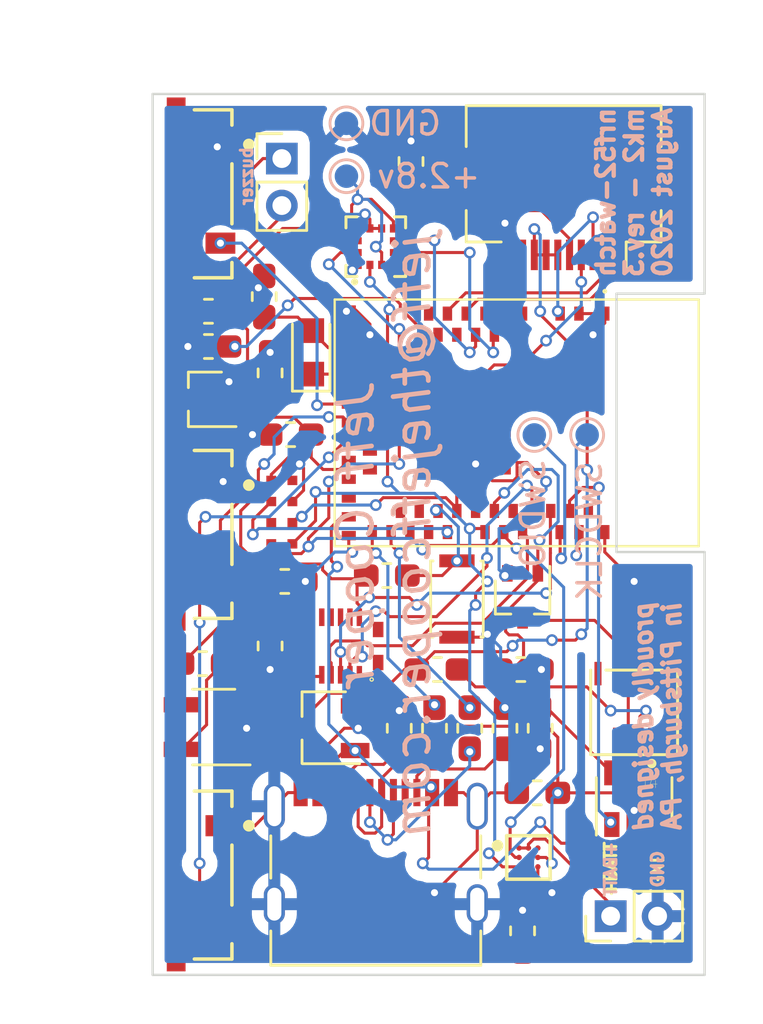
<source format=kicad_pcb>
(kicad_pcb (version 20200628) (host pcbnew "(5.99.0-2309-gaf729d578)")
  (layers (0 "F.Cu" signal) (31 "B.Cu" signal) (34 "B.Paste" user) (35 "F.Paste" user) (36 "B.SilkS" user) (37 "F.SilkS" user) (38 "B.Mask" user) (39 "F.Mask" user) (44 "Edge.Cuts" user))
  (net 0 "")
  (net 1 "GND")
  (net 2 "+BATT")
  (net 3 "VCC")
  (net 4 "VIN")
  (net 5 "Net-(C10-Pad1)")
  (net 6 "BATTPOW")
  (net 7 "VUSB")
  (net 8 "Net-(IC1-Pad34)")
  (net 9 "Net-(IC1-Pad35)")
  (net 10 "RST")
  (net 11 "SWDIO")
  (net 12 "SWDCLK")
  (net 13 "SQW")
  (net 14 "SDA")
  (net 15 "RTCIRQ")
  (net 16 "SCL")
  (net 17 "Net-(J2-PadB5)")
  (net 18 "USB_DP")
  (net 19 "Net-(J2-PadA5)")
  (net 20 "USB_DN")
  (net 21 "Net-(L1-Pad1)")
  (net 22 "Net-(R9-Pad1)")
  (net 23 "FLASHLIGHT")
  (net 24 "BACKLIGHT")
  (net 25 "/XL1")
  (net 26 "/XL2")
  (net 27 "BUZZER")
  (net 28 "Net-(J3-Pad2)")
  (net 29 "Net-(J3-Pad1)")
  (net 30 "CHGNG")
  (net 31 "SPI_CLK")
  (net 32 "SPI_MOSI")
  (net 33 "LCD_DISP")
  (net 34 "LCD_CS")
  (net 35 "BUTTON1")
  (net 36 "BUTTON5")
  (net 37 "BUTTON3")
  (net 38 "BUTTON4")
  (net 39 "BUTTON2")
  (net 40 "Net-(J4-Pad3)")
  (net 41 "Net-(J4-Pad1)")
  (net 42 "ACCELINT2")
  (net 43 "ACCELINT1")
  (module "Connector_PinHeader_2.00mm:PinHeader_1x02_P2.00mm_Vertical" (layer "F.Cu") (at 17.5 15.25)
    (fp_text reference "J3" hide)
    (fp_text value "Conn_01x02_Female")
    (pad "2" thru_hole oval (at 0 2) (size 1.35 1.35) (drill 0.8) (layers *.Cu *.Mask) (net 28 "Net-(J3-Pad2)"))
    (pad "1" thru_hole rect (at 0 0) (size 1.35 1.35) (drill 0.8) (layers *.Cu *.Mask) (net 29 "Net-(J3-Pad1)"))
  )
  (module "Connector_PinHeader_2.00mm:PinHeader_1x02_P2.00mm_Vertical" (layer "F.Cu") (at 31.5 47.5 90)
    (fp_text reference "BT1" hide)
    (fp_text value "Battery_Cell")
    (pad "2" thru_hole oval (at 0 2 90) (size 1.35 1.35) (drill 0.8) (layers *.Cu *.Mask) (net 1 "GND"))
    (pad "1" thru_hole rect (at 0 0 90) (size 1.35 1.35) (drill 0.8) (layers *.Cu *.Mask) (net 2 "+BATT"))
  )
  (module "libs:XDCR_BMA400" (layer "F.Cu") (at 21.5 19 90)
    (fp_text reference "U4" hide)
    (fp_text value "BMA400")
    (pad "8" smd rect (at 0.775 0.25 90) (size 0.35 0.3) (layers "F.Cu") (net 1 "GND"))
    (pad "9" smd rect (at 0.775 -0.25 90) (size 0.35 0.3) (layers "F.Cu") (net 1 "GND"))
    (pad "3" smd rect (at -0.775 0.25 90) (size 0.35 0.3) (layers "F.Cu") (net 3 "VCC"))
    (pad "2" smd rect (at -0.775 -0.25 90) (size 0.35 0.3) (layers "F.Cu") (net 14 "SDA"))
    (pad "7" smd rect (at 0.775 0.75 90) (size 0.35 0.3) (layers "F.Cu") (net 3 "VCC"))
    (pad "4" smd rect (at -0.775 0.75 90) (size 0.35 0.3) (layers "F.Cu"))
    (pad "6" smd rect (at 0.25 0.775 90) (size 0.3 0.35) (layers "F.Cu") (net 42 "ACCELINT2"))
    (pad "5" smd rect (at -0.25 0.775 90) (size 0.3 0.35) (layers "F.Cu") (net 43 "ACCELINT1"))
    (pad "10" smd rect (at 0.775 -0.75 90) (size 0.35 0.3) (layers "F.Cu") (net 3 "VCC"))
    (pad "1" smd rect (at -0.775 -0.75 90) (size 0.35 0.3) (layers "F.Cu") (net 1 "GND"))
    (pad "11" smd rect (at 0.25 -0.775 90) (size 0.3 0.35) (layers "F.Cu"))
    (pad "12" smd rect (at -0.25 -0.775 90) (size 0.3 0.35) (layers "F.Cu") (net 16 "SCL"))
  )
  (module "libs:MOLEX_503480-0400" (layer "F.Cu") (at 32.5 38.5 180)
    (fp_text reference "J4" (at -0.636298 -3.315553) (layer "F.SilkS") (effects (font (size 0.48098 0.48098) (thickness 0.015))))
    (fp_text value "503480-0400")
    (pad "S2" smd rect (at 1.54 1.325 180) (size 0.3 1) (layers "F.Cu" "F.Paste" "F.Mask"))
    (pad "S1" smd rect (at -1.54 1.325 180) (size 0.3 1) (layers "F.Cu" "F.Paste" "F.Mask"))
    (pad "4" smd rect (at 0.75 -1.325 180) (size 0.3 0.7) (layers "F.Cu" "F.Paste" "F.Mask") (net 40 "Net-(J4-Pad3)"))
    (pad "3" smd rect (at 0.25 -1.325 180) (size 0.3 0.7) (layers "F.Cu" "F.Paste" "F.Mask") (net 40 "Net-(J4-Pad3)"))
    (pad "2" smd rect (at -0.25 -1.325 180) (size 0.3 0.7) (layers "F.Cu" "F.Paste" "F.Mask") (net 41 "Net-(J4-Pad1)"))
    (pad "1" smd rect (at -0.75 -1.325 180) (size 0.3 0.7) (layers "F.Cu" "F.Paste" "F.Mask") (net 41 "Net-(J4-Pad1)"))
  )
  (module "Resistor_SMD:R_0603_1608Metric_Pad1.05x0.95mm_HandSolder" (layer "F.Cu") (at 14.375 21.75 180)
    (fp_text reference "R16" hide)
    (fp_text value "1k")
    (pad "2" smd roundrect (at 0.875 0 180) (size 1.05 0.95) (layers "F.Cu" "F.Paste" "F.Mask") (net 29 "Net-(J3-Pad1)"))
    (pad "1" smd roundrect (at -0.875 0 180) (size 1.05 0.95) (layers "F.Cu" "F.Paste" "F.Mask") (net 3 "VCC"))
  )
  (module "Resistor_SMD:R_0603_1608Metric_Pad1.05x0.95mm_HandSolder" (layer "F.Cu") (at 14.375 23.25 180)
    (fp_text reference "R15" hide)
    (fp_text value "100k")
    (pad "2" smd roundrect (at 0.875 0 180) (size 1.05 0.95) (layers "F.Cu" "F.Paste" "F.Mask") (net 1 "GND"))
    (pad "1" smd roundrect (at -0.875 0 180) (size 1.05 0.95) (layers "F.Cu" "F.Paste" "F.Mask") (net 27 "BUZZER"))
  )
  (module "Resistor_SMD:R_0603_1608Metric_Pad1.05x0.95mm_HandSolder" (layer "F.Cu") (at 24.125 37)
    (fp_text reference "R14" hide)
    (fp_text value "1k")
    (pad "2" smd roundrect (at 0.875 0) (size 1.05 0.95) (layers "F.Cu" "F.Paste" "F.Mask") (net 41 "Net-(J4-Pad1)"))
    (pad "1" smd roundrect (at -0.875 0) (size 1.05 0.95) (layers "F.Cu" "F.Paste" "F.Mask") (net 4 "VIN"))
  )
  (module "Resistor_SMD:R_0603_1608Metric_Pad1.05x0.95mm_HandSolder" (layer "F.Cu") (at 27.676 37)
    (fp_text reference "R13" hide)
    (fp_text value "100k")
    (pad "2" smd roundrect (at 0.875 0) (size 1.05 0.95) (layers "F.Cu" "F.Paste" "F.Mask") (net 1 "GND"))
    (pad "1" smd roundrect (at -0.875 0) (size 1.05 0.95) (layers "F.Cu" "F.Paste" "F.Mask") (net 24 "BACKLIGHT"))
  )
  (module "Resistor_SMD:R_0603_1608Metric_Pad1.05x0.95mm_HandSolder" (layer "F.Cu") (at 27 39.5 90)
    (fp_text reference "R12" hide)
    (fp_text value "5.1k")
    (pad "2" smd roundrect (at 0.875 0 90) (size 1.05 0.95) (layers "F.Cu" "F.Paste" "F.Mask") (net 1 "GND"))
    (pad "1" smd roundrect (at -0.875 0 90) (size 1.05 0.95) (layers "F.Cu" "F.Paste" "F.Mask") (net 17 "Net-(J2-PadB5)"))
  )
  (module "Resistor_SMD:R_0603_1608Metric_Pad1.05x0.95mm_HandSolder" (layer "F.Cu") (at 22.5 39.5 90)
    (fp_text reference "R11" hide)
    (fp_text value "5.1k")
    (pad "2" smd roundrect (at 0.875 0 90) (size 1.05 0.95) (layers "F.Cu" "F.Paste" "F.Mask") (net 1 "GND"))
    (pad "1" smd roundrect (at -0.875 0 90) (size 1.05 0.95) (layers "F.Cu" "F.Paste" "F.Mask") (net 19 "Net-(J2-PadA5)"))
  )
  (module "Resistor_SMD:R_0603_1608Metric_Pad1.05x0.95mm_HandSolder" (layer "F.Cu") (at 28.5 39.5 -90)
    (fp_text reference "R9" hide)
    (fp_text value "2k")
    (pad "2" smd roundrect (at 0.875 0 270) (size 1.05 0.95) (layers "F.Cu" "F.Paste" "F.Mask") (net 1 "GND"))
    (pad "1" smd roundrect (at -0.875 0 270) (size 1.05 0.95) (layers "F.Cu" "F.Paste" "F.Mask") (net 22 "Net-(R9-Pad1)"))
  )
  (module "Resistor_SMD:R_0603_1608Metric_Pad1.05x0.95mm_HandSolder" (layer "F.Cu") (at 21.969 33)
    (fp_text reference "R6" hide)
    (fp_text value "10k")
    (pad "2" smd roundrect (at 0.875 0) (size 1.05 0.95) (layers "F.Cu" "F.Paste" "F.Mask") (net 10 "RST"))
    (pad "1" smd roundrect (at -0.875 0) (size 1.05 0.95) (layers "F.Cu" "F.Paste" "F.Mask") (net 3 "VCC"))
  )
  (module "Resistor_SMD:R_0603_1608Metric_Pad1.05x0.95mm_HandSolder" (layer "F.Cu") (at 25.5 39.5 -90)
    (fp_text reference "R4" hide)
    (fp_text value "27")
    (pad "2" smd roundrect (at 0.875 0 270) (size 1.05 0.95) (layers "F.Cu" "F.Paste" "F.Mask") (net 18 "USB_DP"))
    (pad "1" smd roundrect (at -0.875 0 270) (size 1.05 0.95) (layers "F.Cu" "F.Paste" "F.Mask") (net 9 "Net-(IC1-Pad35)"))
  )
  (module "Resistor_SMD:R_0603_1608Metric_Pad1.05x0.95mm_HandSolder" (layer "F.Cu") (at 24 39.5 -90)
    (fp_text reference "R3" hide)
    (fp_text value "27")
    (pad "2" smd roundrect (at 0.875 0 270) (size 1.05 0.95) (layers "F.Cu" "F.Paste" "F.Mask") (net 20 "USB_DN"))
    (pad "1" smd roundrect (at -0.875 0 270) (size 1.05 0.95) (layers "F.Cu" "F.Paste" "F.Mask") (net 8 "Net-(IC1-Pad34)"))
  )
  (module "Capacitor_SMD:C_0603_1608Metric_Pad1.05x0.95mm_HandSolder" (layer "F.Cu") (at 28.375 42.25 180)
    (fp_text reference "C20" hide)
    (fp_text value "4.7uF")
    (pad "2" smd roundrect (at 0.875 0 180) (size 1.05 0.95) (layers "F.Cu" "F.Paste" "F.Mask") (net 1 "GND"))
    (pad "1" smd roundrect (at -0.875 0 180) (size 1.05 0.95) (layers "F.Cu" "F.Paste" "F.Mask") (net 6 "BATTPOW"))
  )
  (module "Capacitor_SMD:C_0603_1608Metric_Pad1.05x0.95mm_HandSolder" (layer "F.Cu") (at 27.75 48.125 90)
    (fp_text reference "C10" hide)
    (fp_text value "0.47uF")
    (pad "2" smd roundrect (at 0.875 0 90) (size 1.05 0.95) (layers "F.Cu" "F.Paste" "F.Mask") (net 1 "GND"))
    (pad "1" smd roundrect (at -0.875 0 90) (size 1.05 0.95) (layers "F.Cu" "F.Paste" "F.Mask") (net 5 "Net-(C10-Pad1)"))
  )
  (module "Capacitor_SMD:C_0603_1608Metric_Pad1.05x0.95mm_HandSolder" (layer "F.Cu") (at 23 15.375 90)
    (fp_text reference "C9" hide)
    (fp_text value "560pF")
    (pad "2" smd roundrect (at 0.875 0 90) (size 1.05 0.95) (layers "F.Cu" "F.Paste" "F.Mask") (net 1 "GND"))
    (pad "1" smd roundrect (at -0.875 0 90) (size 1.05 0.95) (layers "F.Cu" "F.Paste" "F.Mask") (net 33 "LCD_DISP"))
  )
  (module "Capacitor_SMD:C_0603_1608Metric_Pad1.05x0.95mm_HandSolder" (layer "F.Cu") (at 17.625 33.25)
    (fp_text reference "C7" hide)
    (fp_text value "10uF")
    (pad "2" smd roundrect (at 0.875 0) (size 1.05 0.95) (layers "F.Cu" "F.Paste" "F.Mask") (net 1 "GND"))
    (pad "1" smd roundrect (at -0.875 0) (size 1.05 0.95) (layers "F.Cu" "F.Paste" "F.Mask") (net 3 "VCC"))
  )
  (module "Capacitor_SMD:C_0603_1608Metric_Pad1.05x0.95mm_HandSolder" (layer "F.Cu") (at 17 36 -90)
    (fp_text reference "C4" hide)
    (fp_text value "4.7uF")
    (pad "2" smd roundrect (at 0.875 0 270) (size 1.05 0.95) (layers "F.Cu" "F.Paste" "F.Mask") (net 1 "GND"))
    (pad "1" smd roundrect (at -0.875 0 270) (size 1.05 0.95) (layers "F.Cu" "F.Paste" "F.Mask") (net 4 "VIN"))
  )
  (module "Capacitor_SMD:C_0603_1608Metric_Pad1.05x0.95mm_HandSolder" (layer "F.Cu") (at 17.875 27 180)
    (fp_text reference "C3" hide)
    (fp_text value "10uF")
    (pad "2" smd roundrect (at 0.875 0 180) (size 1.05 0.95) (layers "F.Cu" "F.Paste" "F.Mask") (net 1 "GND"))
    (pad "1" smd roundrect (at -0.875 0 180) (size 1.05 0.95) (layers "F.Cu" "F.Paste" "F.Mask") (net 3 "VCC"))
  )
  (module "Capacitor_SMD:C_0603_1608Metric_Pad1.05x0.95mm_HandSolder" (layer "F.Cu") (at 17 24.375 -90)
    (fp_text reference "C2" hide)
    (fp_text value "12pF")
    (pad "2" smd roundrect (at 0.875 0 270) (size 1.05 0.95) (layers "F.Cu" "F.Paste" "F.Mask") (net 26 "/XL2"))
    (pad "1" smd roundrect (at -0.875 0 270) (size 1.05 0.95) (layers "F.Cu" "F.Paste" "F.Mask") (net 1 "GND"))
  )
  (module "Capacitor_SMD:C_0603_1608Metric_Pad1.05x0.95mm_HandSolder" (layer "F.Cu") (at 16.75 21.125 -90)
    (fp_text reference "C1" hide)
    (fp_text value "12pF")
    (pad "2" smd roundrect (at 0.875 0 270) (size 1.05 0.95) (layers "F.Cu" "F.Paste" "F.Mask") (net 25 "/XL1"))
    (pad "1" smd roundrect (at -0.875 0 270) (size 1.05 0.95) (layers "F.Cu" "F.Paste" "F.Mask") (net 1 "GND"))
  )
  (module "TestPoint:TestPoint_Pad_D1.0mm" (layer "B.Cu") (at 28.25 27.015 180)
    (fp_text reference "TP4" hide)
    (fp_text value "TestPoint")
    (pad "1" smd circle (at 0 0 180) (size 1 1) (layers "B.Cu" "B.Mask") (net 11 "SWDIO"))
  )
  (module "TestPoint:TestPoint_Pad_D1.0mm" (layer "B.Cu") (at 20.25 16 90)
    (fp_text reference "TP3" hide)
    (fp_text value "TestPoint")
    (pad "1" smd circle (at 0 0 90) (size 1 1) (layers "B.Cu" "B.Mask") (net 3 "VCC"))
  )
  (module "TestPoint:TestPoint_Pad_D1.0mm" (layer "B.Cu") (at 20.25 13.75 90)
    (fp_text reference "TP1" hide)
    (fp_text value "TestPoint")
    (pad "1" smd circle (at 0 0 90) (size 1 1) (layers "B.Cu" "B.Mask") (net 1 "GND"))
  )
  (module "libs:PANASONIC_AXT610124" (layer "F.Cu") (at 20 36 180)
    (fp_text reference "P1" hide)
    (fp_text value "AXT610124")
    (pad "P2" smd rect (at 1.6 -0.7025 180) (size 0.45 0.655) (layers "F.Cu" "F.Paste" "F.Mask"))
    (pad "P4" smd rect (at 1.6 0.7025 180) (size 0.45 0.655) (layers "F.Cu" "F.Paste" "F.Mask"))
    (pad "P3" smd rect (at -1.6 0.7025 180) (size 0.45 0.655) (layers "F.Cu" "F.Paste" "F.Mask"))
    (pad "P1" smd rect (at -1.6 -0.7025 180) (size 0.45 0.655) (layers "F.Cu" "F.Paste" "F.Mask"))
    (pad "9" smd rect (at 0.8 -1.225 180) (size 0.23 0.75) (layers "F.Cu" "F.Mask") (net 1 "GND"))
    (pad "1" smd rect (at -0.8 -1.225 180) (size 0.23 0.75) (layers "F.Cu" "F.Mask") (net 4 "VIN"))
    (pad "7" smd rect (at 0.4 -1.225 180) (size 0.23 0.75) (layers "F.Cu" "F.Mask") (net 38 "BUTTON4"))
    (pad "3" smd rect (at -0.4 -1.225 180) (size 0.23 0.75) (layers "F.Cu" "F.Mask") (net 23 "FLASHLIGHT"))
    (pad "5" smd rect (at 0 -1.225 180) (size 0.23 0.75) (layers "F.Cu" "F.Mask") (net 39 "BUTTON2"))
    (pad "10" smd rect (at 0.8 1.225 180) (size 0.23 0.75) (layers "F.Cu" "F.Mask"))
    (pad "2" smd rect (at -0.8 1.225 180) (size 0.23 0.75) (layers "F.Cu" "F.Mask") (net 3 "VCC"))
    (pad "8" smd rect (at 0.4 1.225 180) (size 0.23 0.75) (layers "F.Cu" "F.Mask"))
    (pad "4" smd rect (at -0.4 1.225 180) (size 0.23 0.75) (layers "F.Cu" "F.Mask"))
    (pad "6" smd rect (at 0 1.225 180) (size 0.23 0.75) (layers "F.Cu" "F.Mask"))
  )
  (module "TestPoint:TestPoint_Pad_D1.0mm" (layer "B.Cu") (at 30.5 27.015 180)
    (fp_text reference "TP2" hide)
    (fp_text value "TestPoint")
    (pad "1" smd circle (at 0 0 180) (size 1 1) (layers "B.Cu" "B.Mask") (net 12 "SWDCLK"))
  )
  (module "libs:LCC90P230X50X80-8N" (layer "F.Cu") (at 17.5 30.3 90)
    (fp_text reference "IC2" hide)
    (fp_text value "M41T62LC6F")
    (pad "4" smd rect (at 1.35 0.45 90) (size 0.4 0.42) (layers "F.Cu" "F.Paste" "F.Mask"))
    (pad "3" smd rect (at 0.45 0.45 90) (size 0.4 0.42) (layers "F.Cu" "F.Paste" "F.Mask") (net 1 "GND"))
    (pad "2" smd rect (at -0.45 0.45 90) (size 0.4 0.42) (layers "F.Cu" "F.Paste" "F.Mask") (net 13 "SQW"))
    (pad "1" smd rect (at -1.35 0.45 90) (size 0.4 0.42) (layers "F.Cu" "F.Paste" "F.Mask") (net 14 "SDA"))
    (pad "5" smd rect (at 1.35 -0.45 90) (size 0.4 0.42) (layers "F.Cu" "F.Paste" "F.Mask") (net 3 "VCC"))
    (pad "6" smd rect (at 0.45 -0.45 90) (size 0.4 0.42) (layers "F.Cu" "F.Paste" "F.Mask") (net 15 "RTCIRQ"))
    (pad "7" smd rect (at -0.45 -0.45 90) (size 0.4 0.42) (layers "F.Cu" "F.Paste" "F.Mask"))
    (pad "8" smd rect (at -1.35 -0.45 90) (size 0.4 0.42) (layers "F.Cu" "F.Paste" "F.Mask") (net 16 "SCL"))
  )
  (module "max17262:Maxim-W91G1-3-0-A-IPC_A" (layer "F.Cu") (at 28 45)
    (fp_text reference "U6" hide)
    (fp_text value "MAX17262REWL+T" hide)
    (pad "C3" smd circle (at 0.4 0.4) (size 0.2295 0.2295) (layers "F.Cu" "F.Paste" "F.Mask") (net 1 "GND"))
    (pad "C2" smd circle (at 0 0.4) (size 0.2295 0.2295) (layers "F.Cu" "F.Paste" "F.Mask") (net 5 "Net-(C10-Pad1)"))
    (pad "C1" smd circle (at -0.4 0.4) (size 0.2295 0.2295) (layers "F.Cu" "F.Paste" "F.Mask") (net 14 "SDA"))
    (pad "B3" smd circle (at 0.4 0) (size 0.2295 0.2295) (layers "F.Cu" "F.Paste" "F.Mask") (net 6 "BATTPOW"))
    (pad "B2" smd circle (at 0 0) (size 0.2295 0.2295) (layers "F.Cu" "F.Paste" "F.Mask"))
    (pad "B1" smd circle (at -0.4 0) (size 0.2295 0.2295) (layers "F.Cu" "F.Paste" "F.Mask") (net 16 "SCL"))
    (pad "A3" smd circle (at 0.4 -0.4) (size 0.2295 0.2295) (layers "F.Cu" "F.Paste" "F.Mask"))
    (pad "A2" smd circle (at 0 -0.4) (size 0.2295 0.2295) (layers "F.Cu" "F.Paste" "F.Mask") (net 2 "+BATT"))
    (pad "A1" smd circle (at -0.4 -0.4) (size 0.2295 0.2295) (layers "F.Cu" "F.Paste" "F.Mask") (net 2 "+BATT"))
  )
  (module "Connector_FFC-FPC:Hirose_FH12-10S-0.5SH_1x10-1MP_P0.50mm_Horizontal" (layer "F.Cu") (at 29.5 17.5 180)
    (fp_text reference "J1" hide)
    (fp_text value "Conn_01x10_Female")
    (pad "10" smd rect (at 2.25 -1.85 180) (size 0.3 1.3) (layers "F.Cu" "F.Paste" "F.Mask") (net 1 "GND"))
    (pad "9" smd rect (at 1.75 -1.85 180) (size 0.3 1.3) (layers "F.Cu" "F.Paste" "F.Mask") (net 1 "GND"))
    (pad "8" smd rect (at 1.25 -1.85 180) (size 0.3 1.3) (layers "F.Cu" "F.Paste" "F.Mask") (net 4 "VIN"))
    (pad "7" smd rect (at 0.75 -1.85 180) (size 0.3 1.3) (layers "F.Cu" "F.Paste" "F.Mask") (net 4 "VIN"))
    (pad "6" smd rect (at 0.25 -1.85 180) (size 0.3 1.3) (layers "F.Cu" "F.Paste" "F.Mask") (net 4 "VIN"))
    (pad "5" smd rect (at -0.25 -1.85 180) (size 0.3 1.3) (layers "F.Cu" "F.Paste" "F.Mask") (net 33 "LCD_DISP"))
    (pad "4" smd rect (at -0.75 -1.85 180) (size 0.3 1.3) (layers "F.Cu" "F.Paste" "F.Mask") (net 13 "SQW"))
    (pad "3" smd rect (at -1.25 -1.85 180) (size 0.3 1.3) (layers "F.Cu" "F.Paste" "F.Mask") (net 34 "LCD_CS"))
    (pad "2" smd rect (at -1.75 -1.85 180) (size 0.3 1.3) (layers "F.Cu" "F.Paste" "F.Mask") (net 32 "SPI_MOSI"))
    (pad "1" smd rect (at -2.25 -1.85 180) (size 0.3 1.3) (layers "F.Cu" "F.Paste" "F.Mask") (net 31 "SPI_CLK"))
    (pad "MP" smd rect (at -4.15 1.4 180) (size 1.8 2.2) (layers "F.Cu" "F.Paste" "F.Mask"))
    (pad "MP" smd rect (at 4.15 1.4 180) (size 1.8 2.2) (layers "F.Cu" "F.Paste" "F.Mask"))
  )
  (module "Package_TO_SOT_SMD:SOT-323_SC-70" (layer "F.Cu") (at 14.25 25.5 180)
    (fp_text reference "Q4" hide)
    (fp_text value "Si1308EDL")
    (pad "3" smd rect (at 1 0 90) (size 0.45 0.7) (layers "F.Cu" "F.Paste" "F.Mask") (net 28 "Net-(J3-Pad2)"))
    (pad "2" smd rect (at -1 0.65 90) (size 0.45 0.7) (layers "F.Cu" "F.Paste" "F.Mask") (net 1 "GND"))
    (pad "1" smd rect (at -1 -0.65 90) (size 0.45 0.7) (layers "F.Cu" "F.Paste" "F.Mask") (net 27 "BUZZER"))
  )
  (module "Connector_USB:USB_C_Receptacle_Palconn_UTC16-G" (layer "F.Cu") (at 21.5 44.75)
    (fp_text reference "J2" hide)
    (fp_text value "USB_C_Receptacle_USB2.0" hide)
    (pad "A12" smd rect (at 3.2 -2.51) (size 0.6 1.16) (layers "F.Cu" "F.Paste" "F.Mask") (net 1 "GND"))
    (pad "A9" smd rect (at 2.4 -2.51) (size 0.6 1.16) (layers "F.Cu" "F.Paste" "F.Mask") (net 7 "VUSB"))
    (pad "A1" smd rect (at -3.2 -2.51) (size 0.6 1.16) (layers "F.Cu" "F.Paste" "F.Mask") (net 1 "GND"))
    (pad "A4" smd rect (at -2.4 -2.51) (size 0.6 1.16) (layers "F.Cu" "F.Paste" "F.Mask") (net 7 "VUSB"))
    (pad "" np_thru_hole circle (at -2.89 -1.45 180) (size 0.6 0.6) (drill 0.6) (layers *.Cu *.Mask))
    (pad "" np_thru_hole circle (at 2.89 -1.45 180) (size 0.6 0.6) (drill 0.6) (layers *.Cu *.Mask))
    (pad "B5" smd rect (at 1.75 -2.51 180) (size 0.3 1.16) (layers "F.Cu" "F.Paste" "F.Mask") (net 17 "Net-(J2-PadB5)"))
    (pad "B6" smd rect (at 0.75 -2.51 180) (size 0.3 1.16) (layers "F.Cu" "F.Paste" "F.Mask") (net 18 "USB_DP"))
    (pad "A8" smd rect (at 1.25 -2.51 180) (size 0.3 1.16) (layers "F.Cu" "F.Paste" "F.Mask"))
    (pad "A5" smd rect (at -1.25 -2.51 180) (size 0.3 1.16) (layers "F.Cu" "F.Paste" "F.Mask") (net 19 "Net-(J2-PadA5)"))
    (pad "B8" smd rect (at -1.75 -2.51 180) (size 0.3 1.16) (layers "F.Cu" "F.Paste" "F.Mask"))
    (pad "A7" smd rect (at 0.25 -2.51 180) (size 0.3 1.16) (layers "F.Cu" "F.Paste" "F.Mask") (net 20 "USB_DN"))
    (pad "A6" smd rect (at -0.25 -2.51 180) (size 0.3 1.16) (layers "F.Cu" "F.Paste" "F.Mask") (net 18 "USB_DP"))
    (pad "B7" smd rect (at -0.75 -2.51 180) (size 0.3 1.16) (layers "F.Cu" "F.Paste" "F.Mask") (net 20 "USB_DN"))
    (pad "S1" thru_hole oval (at 4.32 2.24 90) (size 1.7 0.9) (drill oval 1.4 0.6) (layers *.Cu *.Mask) (net 1 "GND"))
    (pad "S1" thru_hole oval (at -4.32 2.24 90) (size 1.7 0.9) (drill oval 1.4 0.6) (layers *.Cu *.Mask) (net 1 "GND"))
    (pad "S1" thru_hole oval (at 4.32 -1.93 90) (size 2 0.9) (drill oval 1.7 0.6) (layers *.Cu *.Mask) (net 1 "GND"))
    (pad "S1" thru_hole oval (at -4.32 -1.93 90) (size 2 0.9) (drill oval 1.7 0.6) (layers *.Cu *.Mask) (net 1 "GND"))
  )
  (module "libs:E-Switch-TL3330AF130QG-MFG" (layer "F.Cu") (at 13.5 45.75 -90)
    (fp_text reference "SW4" hide)
    (fp_text value "B3" hide)
    (pad "4" smd rect (at 3.375 0.5 270) (size 1.45 0.8) (layers "F.Cu" "F.Paste" "F.Mask"))
    (pad "3" smd rect (at -3.375 0.5 270) (size 1.45 0.8) (layers "F.Cu" "F.Paste" "F.Mask"))
    (pad "2" smd rect (at 2.1 -1.385 270) (size 0.9 1.27) (layers "F.Cu" "F.Paste" "F.Mask") (net 37 "BUTTON3"))
    (pad "1" smd rect (at -2.1 -1.385 270) (size 0.9 1.27) (layers "F.Cu" "F.Paste" "F.Mask") (net 1 "GND"))
  )
  (module "libs:E-Switch-TL3330AF130QG-MFG" (layer "F.Cu") (at 13.5 16.75 -90)
    (fp_text reference "SW2" hide)
    (fp_text value "B1" hide)
    (pad "4" smd rect (at 3.375 0.5 270) (size 1.45 0.8) (layers "F.Cu" "F.Paste" "F.Mask"))
    (pad "3" smd rect (at -3.375 0.5 270) (size 1.45 0.8) (layers "F.Cu" "F.Paste" "F.Mask"))
    (pad "2" smd rect (at 2.1 -1.385 270) (size 0.9 1.27) (layers "F.Cu" "F.Paste" "F.Mask") (net 35 "BUTTON1"))
    (pad "1" smd rect (at -2.1 -1.385 270) (size 0.9 1.27) (layers "F.Cu" "F.Paste" "F.Mask") (net 1 "GND"))
  )
  (module "libs:E-Switch-TL3330AF130QG-MFG" (layer "F.Cu") (at 13.5 31.25 -90)
    (fp_text reference "SW1" hide)
    (fp_text value "B5" hide)
    (pad "4" smd rect (at 3.375 0.5 270) (size 1.45 0.8) (layers "F.Cu" "F.Paste" "F.Mask"))
    (pad "3" smd rect (at -3.375 0.5 270) (size 1.45 0.8) (layers "F.Cu" "F.Paste" "F.Mask"))
    (pad "2" smd rect (at 2.1 -1.385 270) (size 0.9 1.27) (layers "F.Cu" "F.Paste" "F.Mask") (net 36 "BUTTON5"))
    (pad "1" smd rect (at -2.1 -1.385 270) (size 0.9 1.27) (layers "F.Cu" "F.Paste" "F.Mask") (net 1 "GND"))
  )
  (module "Package_TO_SOT_SMD:SOT-323_SC-70" (layer "F.Cu") (at 27.75 33.909 -90)
    (fp_text reference "Q3" hide)
    (fp_text value "Si1308EDL")
    (pad "3" smd rect (at 1 0 180) (size 0.45 0.7) (layers "F.Cu" "F.Paste" "F.Mask") (net 40 "Net-(J4-Pad3)"))
    (pad "2" smd rect (at -1 0.65 180) (size 0.45 0.7) (layers "F.Cu" "F.Paste" "F.Mask") (net 1 "GND"))
    (pad "1" smd rect (at -1 -0.65 180) (size 0.45 0.7) (layers "F.Cu" "F.Paste" "F.Mask") (net 24 "BACKLIGHT"))
  )
  (module "Crystal:Crystal_SMD_2012-2Pin_2.0x1.2mm_HandSoldering" (layer "F.Cu") (at 18.75 23.5 90)
    (fp_text reference "Y1" hide)
    (fp_text value "32.768kHz" hide)
    (pad "2" smd rect (at 0.925 0 90) (size 1.05 1.1) (layers "F.Cu" "F.Paste" "F.Mask") (net 25 "/XL1"))
    (pad "1" smd rect (at -0.925 0 90) (size 1.05 1.1) (layers "F.Cu" "F.Paste" "F.Mask") (net 26 "/XL2"))
  )
  (module "Package_TO_SOT_SMD:SOT-23-5" (layer "F.Cu") (at 32.5 42.5 90)
    (fp_text reference "U3" hide)
    (fp_text value "MCP73831-2-OT" hide)
    (pad "5" smd rect (at 1.1 -0.95 90) (size 1.06 0.65) (layers "F.Cu" "F.Paste" "F.Mask") (net 22 "Net-(R9-Pad1)"))
    (pad "4" smd rect (at 1.1 0.95 90) (size 1.06 0.65) (layers "F.Cu" "F.Paste" "F.Mask") (net 7 "VUSB"))
    (pad "3" smd rect (at -1.1 0.95 90) (size 1.06 0.65) (layers "F.Cu" "F.Paste" "F.Mask") (net 6 "BATTPOW"))
    (pad "2" smd rect (at -1.1 0 90) (size 1.06 0.65) (layers "F.Cu" "F.Paste" "F.Mask") (net 1 "GND"))
    (pad "1" smd rect (at -1.1 -0.95 90) (size 1.06 0.65) (layers "F.Cu" "F.Paste" "F.Mask") (net 30 "CHGNG"))
  )
  (module "Package_TO_SOT_SMD:SOT-23-5_HandSoldering" (layer "F.Cu") (at 14.6 39.45 180)
    (fp_text reference "U2" hide)
    (fp_text value "LM3671MF-2.8_NOPB" hide)
    (pad "5" smd rect (at 1.35 -0.95 180) (size 1.56 0.65) (layers "F.Cu" "F.Paste" "F.Mask") (net 21 "Net-(L1-Pad1)"))
    (pad "4" smd rect (at 1.35 0.95 180) (size 1.56 0.65) (layers "F.Cu" "F.Paste" "F.Mask") (net 3 "VCC"))
    (pad "3" smd rect (at -1.35 0.95 180) (size 1.56 0.65) (layers "F.Cu" "F.Paste" "F.Mask") (net 4 "VIN"))
    (pad "2" smd rect (at -1.35 0 180) (size 1.56 0.65) (layers "F.Cu" "F.Paste" "F.Mask") (net 1 "GND"))
    (pad "1" smd rect (at -1.35 -0.95 180) (size 1.56 0.65) (layers "F.Cu" "F.Paste" "F.Mask") (net 4 "VIN"))
  )
  (module "Button_Switch_SMD:SW_SPST_CK_KXT3" (layer "F.Cu") (at 24.956 34 -90)
    (fp_text reference "SW_RESET1" hide)
    (fp_text value "SW_Push" hide)
    (pad "2" smd rect (at 1.625 0 270) (size 0.55 1.5) (layers "F.Cu" "F.Paste" "F.Mask") (net 1 "GND"))
    (pad "1" smd rect (at -1.625 0 270) (size 0.55 1.5) (layers "F.Cu" "F.Paste" "F.Mask") (net 10 "RST"))
  )
  (module "Inductor_SMD:L_0603_1608Metric_Pad1.05x0.95mm_HandSolder" (layer "F.Cu") (at 14.125 36.75 180)
    (fp_text reference "L1" hide)
    (fp_text value "2.2uH" hide)
    (pad "2" smd roundrect (at 0.875 0 180) (size 1.05 0.95) (layers "F.Cu" "F.Paste" "F.Mask") (net 3 "VCC"))
    (pad "1" smd roundrect (at -0.875 0 180) (size 1.05 0.95) (layers "F.Cu" "F.Paste" "F.Mask") (net 21 "Net-(L1-Pad1)"))
  )
  (module "113990582:113990582" (layer "F.Cu") (at 27.5 26.5 -90)
    (fp_text reference "IC1" hide)
    (fp_text value "MDBT50Q" hide)
    (pad "1" smd rect (at -4.65 -3.75) (size 0.4 0.6) (layers "F.Cu" "F.Paste" "F.Mask") (net 1 "GND"))
    (pad "2" smd rect (at -4.65 -2.65) (size 0.4 0.6) (layers "F.Cu" "F.Paste" "F.Mask") (net 1 "GND"))
    (pad "3" smd rect (at -4.65 -1.85) (size 0.4 0.6) (layers "F.Cu" "F.Paste" "F.Mask") (net 34 "LCD_CS"))
    (pad "4" smd rect (at -4.65 -0.25) (size 0.4 0.6) (layers "F.Cu" "F.Paste" "F.Mask"))
    (pad "5" smd rect (at -3.75 0.15) (size 0.4 0.6) (layers "F.Cu" "F.Paste" "F.Mask"))
    (pad "6" smd rect (at -4.65 0.55) (size 0.4 0.6) (layers "F.Cu" "F.Paste" "F.Mask"))
    (pad "7" smd rect (at -3.75 0.95) (size 0.4 0.6) (layers "F.Cu" "F.Paste" "F.Mask") (net 43 "ACCELINT1"))
    (pad "8" smd rect (at -4.65 1.35) (size 0.4 0.6) (layers "F.Cu" "F.Paste" "F.Mask"))
    (pad "9" smd rect (at -3.75 1.75) (size 0.4 0.6) (layers "F.Cu" "F.Paste" "F.Mask") (net 42 "ACCELINT2"))
    (pad "10" smd rect (at -4.65 2.15) (size 0.4 0.6) (layers "F.Cu" "F.Paste" "F.Mask") (net 31 "SPI_CLK"))
    (pad "11" smd rect (at -3.75 2.55) (size 0.4 0.6) (layers "F.Cu" "F.Paste" "F.Mask"))
    (pad "12" smd rect (at -4.65 2.95) (size 0.4 0.6) (layers "F.Cu" "F.Paste" "F.Mask") (net 32 "SPI_MOSI"))
    (pad "13" smd rect (at -3.75 3.35) (size 0.4 0.6) (layers "F.Cu" "F.Paste" "F.Mask") (net 27 "BUZZER"))
    (pad "14" smd rect (at -4.65 3.75) (size 0.4 0.6) (layers "F.Cu" "F.Paste" "F.Mask"))
    (pad "15" smd rect (at -4.8 7.15 270) (size 0.4 0.6) (layers "F.Cu" "F.Paste" "F.Mask") (net 1 "GND"))
    (pad "16" smd rect (at -4 7.15 270) (size 0.4 0.6) (layers "F.Cu" "F.Paste" "F.Mask"))
    (pad "17" smd rect (at -3.2 7.15 270) (size 0.4 0.6) (layers "F.Cu" "F.Paste" "F.Mask") (net 25 "/XL1"))
    (pad "18" smd rect (at -2.4 7.15 270) (size 0.4 0.6) (layers "F.Cu" "F.Paste" "F.Mask") (net 26 "/XL2"))
    (pad "19" smd rect (at -2 6.25 270) (size 0.4 0.6) (layers "F.Cu" "F.Paste" "F.Mask"))
    (pad "20" smd rect (at -1.6 7.15 270) (size 0.4 0.6) (layers "F.Cu" "F.Paste" "F.Mask"))
    (pad "21" smd rect (at -1.2 6.25 270) (size 0.4 0.6) (layers "F.Cu" "F.Paste" "F.Mask"))
    (pad "22" smd rect (at -0.8 7.15 270) (size 0.4 0.6) (layers "F.Cu" "F.Paste" "F.Mask") (net 35 "BUTTON1"))
    (pad "23" smd rect (at -0.4 6.25 270) (size 0.4 0.6) (layers "F.Cu" "F.Paste" "F.Mask"))
    (pad "24" smd rect (at 0 7.15 270) (size 0.4 0.6) (layers "F.Cu" "F.Paste" "F.Mask") (net 36 "BUTTON5"))
    (pad "25" smd rect (at 0.4 6.25 270) (size 0.4 0.6) (layers "F.Cu" "F.Paste" "F.Mask"))
    (pad "26" smd rect (at 0.8 7.15 270) (size 0.4 0.6) (layers "F.Cu" "F.Paste" "F.Mask") (net 37 "BUTTON3"))
    (pad "27" smd rect (at 1.2 6.25 270) (size 0.4 0.6) (layers "F.Cu" "F.Paste" "F.Mask"))
    (pad "28" smd rect (at 1.6 7.15 270) (size 0.4 0.6) (layers "F.Cu" "F.Paste" "F.Mask") (net 3 "VCC"))
    (pad "29" smd rect (at 2 6.25 270) (size 0.4 0.6) (layers "F.Cu" "F.Paste" "F.Mask"))
    (pad "30" smd rect (at 2.4 7.15 270) (size 0.4 0.6) (layers "F.Cu" "F.Paste" "F.Mask") (net 3 "VCC"))
    (pad "31" smd rect (at 3.2 7.15 270) (size 0.4 0.6) (layers "F.Cu" "F.Paste" "F.Mask"))
    (pad "32" smd rect (at 4 7.15 270) (size 0.4 0.6) (layers "F.Cu" "F.Paste" "F.Mask") (net 7 "VUSB"))
    (pad "33" smd rect (at 4.8 7.15 270) (size 0.4 0.6) (layers "F.Cu" "F.Paste" "F.Mask") (net 1 "GND"))
    (pad "34" smd rect (at 4.65 6.15) (size 0.4 0.6) (layers "F.Cu" "F.Paste" "F.Mask") (net 8 "Net-(IC1-Pad34)"))
    (pad "35" smd rect (at 4.65 5.35) (size 0.4 0.6) (layers "F.Cu" "F.Paste" "F.Mask") (net 9 "Net-(IC1-Pad35)"))
    (pad "36" smd rect (at 3.75 4.95) (size 0.4 0.6) (layers "F.Cu" "F.Paste" "F.Mask"))
    (pad "37" smd rect (at 4.65 4.55) (size 0.4 0.6) (layers "F.Cu" "F.Paste" "F.Mask"))
    (pad "38" smd rect (at 3.75 4.15) (size 0.4 0.6) (layers "F.Cu" "F.Paste" "F.Mask"))
    (pad "39" smd rect (at 4.65 3.75) (size 0.4 0.6) (layers "F.Cu" "F.Paste" "F.Mask"))
    (pad "40" smd rect (at 3.75 3.35) (size 0.4 0.6) (layers "F.Cu" "F.Paste" "F.Mask") (net 10 "RST"))
    (pad "41" smd rect (at 4.65 2.95) (size 0.4 0.6) (layers "F.Cu" "F.Paste" "F.Mask") (net 15 "RTCIRQ"))
    (pad "42" smd rect (at 3.75 2.55) (size 0.4 0.6) (layers "F.Cu" "F.Paste" "F.Mask") (net 13 "SQW"))
    (pad "43" smd rect (at 3.75 1.75) (size 0.4 0.6) (layers "F.Cu" "F.Paste" "F.Mask"))
    (pad "44" smd rect (at 4.65 1.35) (size 0.4 0.6) (layers "F.Cu" "F.Paste" "F.Mask") (net 14 "SDA"))
    (pad "45" smd rect (at 3.75 0.95) (size 0.4 0.6) (layers "F.Cu" "F.Paste" "F.Mask") (net 24 "BACKLIGHT"))
    (pad "46" smd rect (at 4.65 0.55) (size 0.4 0.6) (layers "F.Cu" "F.Paste" "F.Mask") (net 16 "SCL"))
    (pad "47" smd rect (at 3.75 0.15) (size 0.4 0.6) (layers "F.Cu" "F.Paste" "F.Mask"))
    (pad "48" smd rect (at 4.65 -0.25) (size 0.4 0.6) (layers "F.Cu" "F.Paste" "F.Mask") (net 38 "BUTTON4"))
    (pad "49" smd rect (at 3.75 -0.65) (size 0.4 0.6) (layers "F.Cu" "F.Paste" "F.Mask") (net 23 "FLASHLIGHT"))
    (pad "50" smd rect (at 3.75 -1.45) (size 0.4 0.6) (layers "F.Cu" "F.Paste" "F.Mask") (net 39 "BUTTON2"))
    (pad "51" smd rect (at 4.65 -1.85) (size 0.4 0.6) (layers "F.Cu" "F.Paste" "F.Mask") (net 11 "SWDIO"))
    (pad "52" smd rect (at 3.75 -2.25) (size 0.4 0.6) (layers "F.Cu" "F.Paste" "F.Mask") (net 30 "CHGNG"))
    (pad "53" smd rect (at 4.65 -2.65) (size 0.4 0.6) (layers "F.Cu" "F.Paste" "F.Mask") (net 12 "SWDCLK"))
    (pad "54" smd rect (at 3.75 -3.05) (size 0.4 0.6) (layers "F.Cu" "F.Paste" "F.Mask"))
    (pad "55" smd rect (at 4.65 -3.75) (size 0.4 0.6) (layers "F.Cu" "F.Paste" "F.Mask") (net 1 "GND"))
    (pad "56" smd rect (at -2 0.55 270) (size 0.4 0.6) (layers "F.Cu" "F.Paste" "F.Mask"))
    (pad "57" smd rect (at -1.2 0.55 270) (size 0.4 0.6) (layers "F.Cu" "F.Paste" "F.Mask"))
    (pad "58" smd rect (at -0.4 0.55 270) (size 0.4 0.6) (layers "F.Cu" "F.Paste" "F.Mask"))
    (pad "59" smd rect (at 0.4 0.55 270) (size 0.4 0.6) (layers "F.Cu" "F.Paste" "F.Mask"))
    (pad "60" smd rect (at 1.2 0.55 270) (size 0.4 0.6) (layers "F.Cu" "F.Paste" "F.Mask"))
    (pad "61" smd rect (at 2 0.55 270) (size 0.4 0.6) (layers "F.Cu" "F.Paste" "F.Mask"))
  )
  (module "Package_TO_SOT_SMD:TSOT-23" (layer "F.Cu") (at 19.31 39.5 180)
    (fp_text reference "D1" hide)
    (fp_text value "D_Schottky_x2_KCom_AAK" hide)
    (pad "3" smd rect (at 1.31 0 180) (size 1.22 0.65) (layers "F.Cu" "F.Paste" "F.Mask") (net 4 "VIN"))
    (pad "2" smd rect (at -1.31 0.95 180) (size 1.22 0.65) (layers "F.Cu" "F.Paste" "F.Mask") (net 6 "BATTPOW"))
    (pad "1" smd rect (at -1.31 -0.95 180) (size 1.22 0.65) (layers "F.Cu" "F.Paste" "F.Mask") (net 7 "VUSB"))
  )
  (gr_text "+BATT" (at 31.5 45.5 90) (layer "F.SilkS") (effects (font (size 0.5 0.5) (thickness 0.125))))
  (gr_text "GND" (at 33.5 45.5 90) (layer "F.SilkS") (effects (font (size 0.5 0.5) (thickness 0.125))))
  (gr_text "GND" (at 33.5 45.5 90) (layer "B.SilkS") (effects (font (size 0.5 0.5) (thickness 0.125)) (justify mirror)))
  (gr_text "+BATT" (at 31.5 45.5 90) (layer "B.SilkS") (effects (font (size 0.5 0.5) (thickness 0.125)) (justify mirror)))
  (gr_text "buzzer" (at 16 16 90) (layer "B.SilkS") (effects (font (size 0.5 0.5) (thickness 0.125)) (justify mirror)))
  (gr_text "proudly designed\nin Pittsburgh, PA" (at 33.5 34 90) (layer "B.SilkS") (effects (font (size 0.75 0.75) (thickness 0.1875) italic) (justify left mirror)))
  (gr_text "SWDIO" (at 28.194 30.353 90) (layer "B.SilkS") (effects (font (size 1 1)) (justify mirror)))
  (gr_text "SWDCLK" (at 30.607 31.115 90) (layer "B.SilkS") (effects (font (size 1 1)) (justify mirror)))
  (gr_text "GND" (at 22.75 13.75) (layer "B.SilkS") (effects (font (size 1 1)) (justify mirror)))
  (gr_text "+2.8v" (at 23.75 16) (layer "B.SilkS") (effects (font (size 1 1)) (justify mirror)))
  (gr_line (start 35.5 32) (end 35.5 50) (layer "Edge.Cuts") (width 0.1))
  (gr_line (start 35.5 12.5) (end 35.5 21) (layer "Edge.Cuts") (width 0.1))
  (gr_line (start 31.75 32) (end 35.5 32) (layer "Edge.Cuts") (width 0.1))
  (gr_line (start 31.75 21) (end 31.75 32) (layer "Edge.Cuts") (width 0.1))
  (gr_line (start 35.5 21) (end 31.75 21) (layer "Edge.Cuts") (width 0.1))
  (gr_line (start 12 50) (end 12 12.5) (layer "Edge.Cuts") (width 0.1))
  (gr_line (start 35.5 50) (end 12 50) (layer "Edge.Cuts") (width 0.1))
  (gr_line (start 12 12.5) (end 35.5 12.5) (layer "Edge.Cuts") (width 0.1))
  (gr_text "nrf52-watch\nmk2 - rev.3\nAugust 2020" (at 32.5 13 90) (layer "B.SilkS") (effects (font (size 0.75 0.75) (thickness 0.1875)) (justify left mirror)))
  (gr_text "Jeff Cooper\njeff@thejeffcooper.com" (at 21.844 31.242 90) (layer "B.SilkS") (effects (font (size 1.5 1.5) (thickness 0.2) italic) (justify mirror)))
  (segment (start 30.984998 29.265002) (end 31 29.25) (width 0.13) (layer "B.Cu") (net 30))
  (segment (start 30.49001 37.74001) (end 30.25999 37.74001) (width 0.13) (layer "F.Cu") (net 41))
  (segment (start 31.5 43.5) (end 30.984998 42.984998) (width 0.13) (layer "B.Cu") (net 30))
  (via (at 33 38.75) (size 0.5) (drill 0.3) (layers "F.Cu" "B.Cu") (net 41))
  (segment (start 30.984998 42.984998) (end 30.984998 29.265002) (width 0.13) (layer "B.Cu") (net 30))
  (segment (start 32.75 39) (end 33 38.75) (width 0.13) (layer "F.Cu") (net 41))
  (segment (start 33 38.75) (end 31.5 38.75) (width 0.13) (layer "B.Cu") (net 41))
  (segment (start 32.75 39.825) (end 32.75 39) (width 0.13) (layer "F.Cu") (net 41))
  (via (at 31.5 38.75) (size 0.5) (drill 0.3) (layers "F.Cu" "B.Cu") (net 41))
  (segment (start 29.688008 37.74001) (end 30.25999 37.74001) (width 0.13) (layer "F.Cu") (net 41))
  (segment (start 31.5 38.75) (end 30.49001 37.74001) (width 0.13) (layer "F.Cu") (net 41))
  (segment (start 33.25 39.825) (end 32.75 39.825) (width 0.13) (layer "F.Cu") (net 41))
  (segment (start 31.75 39.825) (end 32.25 39.825) (width 0.13) (layer "F.Cu") (net 40))
  (segment (start 32.25 38.75) (end 32.25 38.825) (width 0.13) (layer "F.Cu") (net 40))
  (segment (start 32.25 36.337998) (end 32.25 38.75) (width 0.13) (layer "F.Cu") (net 40))
  (segment (start 32.25 38.75) (end 32.25 39.825) (width 0.13) (layer "F.Cu") (net 40))
  (segment (start 26.564764 38.951968) (end 26.564764 44.572983) (width 0.13) (layer "B.Cu") (net 14))
  (segment (start 28.4 33.206998) (end 28.4 32.909) (width 0.13) (layer "F.Cu") (net 24))
  (segment (start 27.03001 35.384016) (end 27.03001 34.576988) (width 0.13) (layer "F.Cu") (net 24))
  (segment (start 29 35.75) (end 27.567157 35.75) (width 0.13) (layer "B.Cu") (net 4))
  (segment (start 26.564764 44.572983) (end 26.314765 44.822982) (width 0.13) (layer "B.Cu") (net 14))
  (via (at 26.25 35.5) (size 0.5) (drill 0.3) (layers "F.Cu" "B.Cu") (net 1))
  (segment (start 27.567157 35.75) (end 27.32632 35.990837) (width 0.13) (layer "B.Cu") (net 4))
  (segment (start 26.125 35.625) (end 26.25 35.5) (width 0.13) (layer "F.Cu") (net 1))
  (segment (start 26.25 35.5) (end 26.816967 36.066967) (width 0.13) (layer "B.Cu") (net 1))
  (segment (start 24.009164 36.240836) (end 27.076321 36.240836) (width 0.13) (layer "F.Cu") (net 4))
  (segment (start 27.171829 35.525835) (end 27.03001 35.384016) (width 0.13) (layer "F.Cu") (net 24))
  (segment (start 27.03001 34.576988) (end 28.4 33.206998) (width 0.13) (layer "F.Cu") (net 24))
  (segment (start 25.75 34.25) (end 25.500001 34.499999) (width 0.13) (layer "B.Cu") (net 14))
  (segment (start 26.816967 36.066967) (end 26.816967 37.566967) (width 0.13) (layer "B.Cu") (net 1))
  (segment (start 26.801 37) (end 27.326 37) (width 0.13) (layer "F.Cu") (net 24))
  (segment (start 25.500001 34.499999) (end 25.500001 37.887205) (width 0.13) (layer "B.Cu") (net 14))
  (via (at 27.32632 35.990837) (size 0.5) (drill 0.3) (layers "F.Cu" "B.Cu") (net 4))
  (segment (start 27.549522 35.525835) (end 27.171829 35.525835) (width 0.13) (layer "F.Cu") (net 24))
  (segment (start 25.500001 37.887205) (end 26.564764 38.951968) (width 0.13) (layer "B.Cu") (net 14))
  (segment (start 27.326 37) (end 27.791322 36.534678) (width 0.13) (layer "F.Cu") (net 24))
  (segment (start 27.791322 35.767635) (end 27.549522 35.525835) (width 0.13) (layer "F.Cu") (net 24))
  (segment (start 24.956 35.625) (end 26.125 35.625) (width 0.13) (layer "F.Cu") (net 1))
  (segment (start 23.25 37) (end 24.009164 36.240836) (width 0.13) (layer "F.Cu") (net 4))
  (segment (start 26.816967 37.566967) (end 27 37.75) (width 0.13) (layer "B.Cu") (net 1))
  (segment (start 27.076321 36.240836) (end 27.32632 35.990837) (width 0.13) (layer "F.Cu") (net 4))
  (segment (start 27.791322 36.534678) (end 27.791322 35.767635) (width 0.13) (layer "F.Cu") (net 24))
  (segment (start 27 38.625) (end 27 38.551) (width 0.13) (layer "B.Cu") (net 1))
  (segment (start 27 38.551) (end 28.551 37) (width 0.13) (layer "B.Cu") (net 1))
  (via (at 28.551 37) (size 0.5) (drill 0.3) (layers "F.Cu" "B.Cu") (net 1))
  (via (at 27 38.625) (size 0.5) (drill 0.3) (layers "F.Cu" "B.Cu") (net 1))
  (segment (start 28.5 40.375) (end 28.5 40.125) (width 0.13) (layer "B.Cu") (net 1))
  (segment (start 28.5 40.125) (end 27 38.625) (width 0.13) (layer "B.Cu") (net 1))
  (via (at 28.5 40.375) (size 0.5) (drill 0.3) (layers "F.Cu" "B.Cu") (net 1))
  (via (at 14.75 14.75) (size 0.5) (drill 0.3) (layers "F.Cu" "B.Cu") (net 1))
  (segment (start 14.85 14.65) (end 14.75 14.75) (width 0.13) (layer "F.Cu") (net 1))
  (segment (start 14.885 14.65) (end 14.85 14.65) (width 0.13) (layer "F.Cu") (net 1))
  (via (at 23 14.5) (size 0.5) (drill 0.3) (layers "F.Cu" "B.Cu") (net 1))
  (segment (start 20.5 20) (end 20.5 19.5) (width 0.13) (layer "B.Cu") (net 1))
  (via (at 20.5 20) (size 0.5) (drill 0.3) (layers "F.Cu" "B.Cu") (net 1))
  (segment (start 20.725 19.775) (end 20.5 20) (width 0.13) (layer "F.Cu") (net 1))
  (segment (start 20.75 19.775) (end 20.725 19.775) (width 0.13) (layer "F.Cu") (net 1))
  (segment (start 21.166404 16.98499) (end 20.722153 16.98499) (width 0.13) (layer "B.Cu") (net 3))
  (segment (start 21.749999 17.568585) (end 21.166404 16.98499) (width 0.13) (layer "B.Cu") (net 3))
  (segment (start 21.749999 18.750001) (end 21.749999 17.568585) (width 0.13) (layer "B.Cu") (net 3))
  (segment (start 21.5 19) (end 21.749999 18.750001) (width 0.13) (layer "B.Cu") (net 3))
  (segment (start 19.876909 17.623091) (end 19.75 17.75) (width 0.13) (layer "B.Cu") (net 1))
  (segment (start 20.75 18.225) (end 20.472154 17.947154) (width 0.13) (layer "F.Cu") (net 3))
  (segment (start 20.472154 17.234989) (end 20.722153 16.98499) (width 0.13) (layer "F.Cu") (net 3))
  (segment (start 20.472154 17.947154) (end 20.472154 17.234989) (width 0.13) (layer "F.Cu") (net 3))
  (segment (start 21.25 18.225) (end 21.25 17.830788) (width 0.13) (layer "F.Cu") (net 1))
  (segment (start 21.25 17.830788) (end 21.042303 17.623091) (width 0.13) (layer "F.Cu") (net 1))
  (segment (start 21.042303 17.623091) (end 19.876909 17.623091) (width 0.13) (layer "B.Cu") (net 1))
  (via (at 21.042303 17.623091) (size 0.5) (drill 0.3) (layers "F.Cu" "B.Cu") (net 1))
  (segment (start 22.25 18.225) (end 22.25 17.92) (width 0.13) (layer "F.Cu") (net 3))
  (segment (start 22.25 17.92) (end 21.31499 16.98499) (width 0.13) (layer "F.Cu") (net 3))
  (segment (start 21.31499 16.98499) (end 20.722153 16.98499) (width 0.13) (layer "F.Cu") (net 3))
  (segment (start 20.25 16) (end 20.722153 16.472153) (width 0.13) (layer "B.Cu") (net 3))
  (via (at 20.722153 16.98499) (size 0.5) (drill 0.3) (layers "F.Cu" "B.Cu") (net 3))
  (segment (start 20.722153 16.472153) (end 20.722153 16.98499) (width 0.13) (layer "B.Cu") (net 3))
  (via (at 20.25 21.75) (size 0.5) (drill 0.3) (layers "F.Cu" "B.Cu") (net 1))
  (segment (start 20.3 21.7) (end 20.25 21.75) (width 0.13) (layer "F.Cu") (net 1))
  (segment (start 20.35 21.7) (end 20.3 21.7) (width 0.13) (layer "F.Cu") (net 1))
  (segment (start 19.2 37.225) (end 19.129999 37.295001) (width 0.13) (layer "F.Cu") (net 1))
  (segment (start 19.129999 37.295001) (end 17.420001 37.295001) (width 0.13) (layer "F.Cu") (net 1))
  (segment (start 17.420001 37.295001) (end 17 36.875) (width 0.13) (layer "F.Cu") (net 1))
  (segment (start 14.885 43.65) (end 16.35 43.65) (width 0.13) (layer "F.Cu") (net 1))
  (segment (start 16.35 43.65) (end 17.18 42.82) (width 0.13) (layer "F.Cu") (net 1))
  (via (at 24 46.5) (size 0.5) (drill 0.3) (layers "F.Cu" "B.Cu") (net 1))
  (segment (start 23.749999 45.499999) (end 23.5 45.25) (width 0.13) (layer "B.Cu") (net 7))
  (segment (start 26.500001 45.499999) (end 23.749999 45.499999) (width 0.13) (layer "B.Cu") (net 7))
  (segment (start 28.5 43.5) (end 26.500001 45.499999) (width 0.13) (layer "B.Cu") (net 7))
  (via (at 26.314765 44.822982) (size 0.5) (drill 0.3) (layers "F.Cu" "B.Cu") (net 14))
  (segment (start 27.6 45.4) (end 26.891783 45.4) (width 0.13) (layer "F.Cu") (net 14))
  (segment (start 25.82 42.82) (end 25.82 44.68) (width 0.13) (layer "F.Cu") (net 1))
  (segment (start 26.891783 45.4) (end 26.314765 44.822982) (width 0.13) (layer "F.Cu") (net 14))
  (segment (start 25.82 44.68) (end 24 46.5) (width 0.13) (layer "F.Cu") (net 1))
  (via (at 32.5 43) (size 0.5) (drill 0.3) (layers "F.Cu" "B.Cu") (net 1))
  (segment (start 32.5 43.6) (end 32.5 43) (width 0.13) (layer "F.Cu") (net 1))
  (segment (start 27.5 42.25) (end 27.5 41.375) (width 0.13) (layer "F.Cu") (net 1))
  (segment (start 27.5 41.375) (end 28.5 40.375) (width 0.13) (layer "F.Cu") (net 1))
  (segment (start 27.5 42.25) (end 26.39 42.25) (width 0.13) (layer "F.Cu") (net 1))
  (segment (start 26.39 42.25) (end 25.82 42.82) (width 0.13) (layer "F.Cu") (net 1))
  (via (at 29 46.5) (size 0.5) (drill 0.3) (layers "F.Cu" "B.Cu") (net 1))
  (segment (start 28.4 45.9) (end 29 46.5) (width 0.13) (layer "F.Cu") (net 1))
  (segment (start 28.4 45.4) (end 28.4 45.9) (width 0.13) (layer "F.Cu") (net 1))
  (via (at 27.75 47.25) (size 0.5) (drill 0.3) (layers "F.Cu" "B.Cu") (net 1))
  (via (at 32.5 33.25) (size 0.5) (drill 0.3) (layers "F.Cu" "B.Cu") (net 1))
  (segment (start 31.25 32) (end 32.5 33.25) (width 0.13) (layer "F.Cu") (net 1))
  (segment (start 31.25 31.15) (end 31.25 32) (width 0.13) (layer "F.Cu") (net 1))
  (segment (start 29.545013 28.310013) (end 29.545013 32.123087) (width 0.13) (layer "B.Cu") (net 11))
  (segment (start 27 33) (end 26.75 32.75) (width 0.13) (layer "B.Cu") (net 1))
  (segment (start 28.469989 31.5) (end 29.265001 30.704988) (width 0.13) (layer "B.Cu") (net 24))
  (segment (start 24.088543 34.75) (end 26.23499 32.603553) (width 0.13) (layer "F.Cu") (net 23))
  (segment (start 26.030991 35.030011) (end 24.026056 35.030011) (width 0.13) (layer "F.Cu") (net 38))
  (segment (start 27.51501 28.190228) (end 27.51501 28.809772) (width 0.13) (layer "F.Cu") (net 1))
  (segment (start 20.948077 35.784999) (end 19.776799 35.784999) (width 0.13) (layer "F.Cu") (net 38))
  (via (at 26.23499 32.25) (size 0.5) (drill 0.3) (layers "F.Cu" "B.Cu") (net 23))
  (via (at 25.75 28.25) (size 0.5) (drill 0.3) (layers "F.Cu" "B.Cu") (net 1))
  (segment (start 28.15 29.382934) (end 27.938183 29.171117) (width 0.13) (layer "F.Cu") (net 23))
  (segment (start 28.25 27.015) (end 29.545013 28.310013) (width 0.13) (layer "B.Cu") (net 11))
  (segment (start 27.091 32.909) (end 27 33) (width 0.13) (layer "F.Cu") (net 1))
  (segment (start 27.956429 31.356429) (end 27.956429 33.104573) (width 0.13) (layer "F.Cu") (net 38))
  (segment (start 22.083555 34.75) (end 24.088543 34.75) (width 0.13) (layer "F.Cu") (net 23))
  (segment (start 28.75 29.353553) (end 28.75 29) (width 0.13) (layer "B.Cu") (net 1))
  (via (at 27 33) (size 0.5) (drill 0.3) (layers "F.Cu" "B.Cu") (net 1))
  (segment (start 28.75 29) (end 27.940228 28.190228) (width 0.13) (layer "F.Cu") (net 1))
  (segment (start 19.534999 36.654999) (end 19.6 36.72) (width 0.13) (layer "F.Cu") (net 38))
  (segment (start 19.534999 36.026799) (end 19.534999 36.654999) (width 0.13) (layer "F.Cu") (net 38))
  (segment (start 27.75 31.15) (end 27.956429 31.356429) (width 0.13) (layer "F.Cu") (net 38))
  (segment (start 27.84498 31.845936) (end 27.491427 31.845936) (width 0.13) (layer "B.Cu") (net 16))
  (segment (start 27.51501 28.809772) (end 27.359772 28.96501) (width 0.13) (layer "F.Cu") (net 1))
  (segment (start 26.55 29.901675) (end 26.971655 29.48002) (width 0.13) (layer "F.Cu") (net 24))
  (segment (start 29.5 33.500956) (end 27.84498 31.845936) (width 0.13) (layer "B.Cu") (net 16))
  (segment (start 19.6 36.72) (end 19.6 37.225) (width 0.13) (layer "F.Cu") (net 38))
  (segment (start 24.026056 35.030011) (end 23.069084 35.986983) (width 0.13) (layer "F.Cu") (net 38))
  (segment (start 29.265001 30.704988) (end 29.265001 28.752799) (width 0.13) (layer "B.Cu") (net 24))
  (segment (start 27.1 32.909) (end 27.091 32.909) (width 0.13) (layer "F.Cu") (net 1))
  (segment (start 21.150061 35.986983) (end 20.948077 35.784999) (width 0.13) (layer "F.Cu") (net 38))
  (segment (start 26.95 31.304509) (end 27.491427 31.845936) (width 0.13) (layer "F.Cu") (net 16))
  (segment (start 26.23499 32.25) (end 26.23499 30.87431) (width 0.13) (layer "B.Cu") (net 23))
  (segment (start 27.359772 28.96501) (end 26.46501 28.96501) (width 0.13) (layer "F.Cu") (net 1))
  (segment (start 27.25 43.5) (end 29.5 41.25) (width 0.13) (layer "B.Cu") (net 16))
  (segment (start 27.940228 28.190228) (end 27.51501 28.190228) (width 0.13) (layer "F.Cu") (net 1))
  (via (at 27.491427 31.845936) (size 0.5) (drill 0.3) (layers "F.Cu" "B.Cu") (net 16))
  (via (at 27.938183 29.171117) (size 0.5) (drill 0.3) (layers "F.Cu" "B.Cu") (net 23))
  (segment (start 28.15 30.25) (end 28.15 29.382934) (width 0.13) (layer "F.Cu") (net 23))
  (segment (start 26.55 30.25) (end 26.55 29.901675) (width 0.13) (layer "F.Cu") (net 24))
  (segment (start 29.545013 32.123087) (end 29.397837 32.270263) (width 0.13) (layer "B.Cu") (net 11))
  (segment (start 29.265001 28.752799) (end 28.997201 28.484999) (width 0.13) (layer "B.Cu") (net 24))
  (segment (start 27.966676 28.484999) (end 26.971655 29.48002) (width 0.13) (layer "B.Cu") (net 24))
  (segment (start 26.75 32.75) (end 26.75 31) (width 0.13) (layer "B.Cu") (net 1))
  (via (at 28.75 29) (size 0.5) (drill 0.3) (layers "F.Cu" "B.Cu") (net 1))
  (via (at 26.971655 29.48002) (size 0.5) (drill 0.3) (layers "F.Cu" "B.Cu") (net 24))
  (segment (start 23.069084 35.986983) (end 21.150061 35.986983) (width 0.13) (layer "F.Cu") (net 38))
  (segment (start 26.23499 32.603553) (end 26.23499 32.25) (width 0.13) (layer "F.Cu") (net 23))
  (segment (start 29.5 41.25) (end 29.5 33.500956) (width 0.13) (layer "B.Cu") (net 16))
  (segment (start 19.776799 35.784999) (end 19.534999 36.026799) (width 0.13) (layer "F.Cu") (net 38))
  (segment (start 27.103553 31) (end 28.75 29.353553) (width 0.13) (layer "B.Cu") (net 1))
  (segment (start 28.997201 28.484999) (end 27.966676 28.484999) (width 0.13) (layer "B.Cu") (net 24))
  (segment (start 26.75 31) (end 27.103553 31) (width 0.13) (layer "B.Cu") (net 1))
  (segment (start 26.46501 28.96501) (end 25.75 28.25) (width 0.13) (layer "F.Cu") (net 1))
  (segment (start 26.95 31.15) (end 26.95 31.304509) (width 0.13) (layer "F.Cu") (net 16))
  (segment (start 26.23499 30.87431) (end 27.938183 29.171117) (width 0.13) (layer "B.Cu") (net 23))
  (segment (start 21.5 34.519998) (end 21.853553 34.519998) (width 0.13) (layer "F.Cu") (net 23))
  (segment (start 21.853553 34.519998) (end 22.083555 34.75) (width 0.13) (layer "F.Cu") (net 23))
  (segment (start 27.956429 33.104573) (end 26.030991 35.030011) (width 0.13) (layer "F.Cu") (net 38))
  (segment (start 22.5 38.625) (end 22.5 38.75) (width 0.13) (layer "F.Cu") (net 1))
  (via (at 22.5 38.75) (size 0.5) (drill 0.3) (layers "F.Cu" "B.Cu") (net 1))
  (via (at 20.75 39.5) (size 0.5) (drill 0.3) (layers "F.Cu" "B.Cu") (net 1))
  (segment (start 18.3 41.357998) (end 18.3 42.24) (width 0.13) (layer "F.Cu") (net 1))
  (segment (start 22.5 38.75) (end 21.5 38.75) (width 0.13) (layer "B.Cu") (net 1))
  (segment (start 21.5 38.75) (end 20.75 39.5) (width 0.13) (layer "B.Cu") (net 1))
  (segment (start 20.75 39.5) (end 20.157998 39.5) (width 0.13) (layer "F.Cu") (net 1))
  (segment (start 20.157998 39.5) (end 18.3 41.357998) (width 0.13) (layer "F.Cu") (net 1))
  (via (at 16 39.5) (size 0.5) (drill 0.3) (layers "F.Cu" "B.Cu") (net 1))
  (segment (start 15.95 39.45) (end 16 39.5) (width 0.13) (layer "F.Cu") (net 1))
  (via (at 17 37) (size 0.5) (drill 0.3) (layers "F.Cu" "B.Cu") (net 1))
  (segment (start 17 36.875) (end 17 37) (width 0.13) (layer "F.Cu") (net 1))
  (segment (start 20.35 31.85) (end 20.5 32) (width 0.13) (layer "F.Cu") (net 1))
  (segment (start 20.62 40.45) (end 19.500001 39.330001) (width 0.13) (layer "B.Cu") (net 7))
  (segment (start 21.094 33) (end 20.957325 33.136675) (width 0.13) (layer "F.Cu") (net 3))
  (segment (start 20.35 31.3) (end 20.35 31.85) (width 0.13) (layer "F.Cu") (net 1))
  (segment (start 20.050001 30.5) (end 19.606664 30.943337) (width 0.13) (layer "F.Cu") (net 7))
  (segment (start 19.609461 33.136675) (end 19.234998 32.762212) (width 0.13) (layer "F.Cu") (net 3))
  (segment (start 19.606664 32.371674) (end 19.856663 32.621673) (width 0.13) (layer "F.Cu") (net 7))
  (segment (start 19.234998 32.50999) (end 17.49001 32.50999) (width 0.13) (layer "F.Cu") (net 3))
  (segment (start 24.55 31.15) (end 24.400001 31.000001) (width 0.13) (layer "B.Cu") (net 15))
  (segment (start 19.500001 39.330001) (end 19.500001 32.978335) (width 0.13) (layer "B.Cu") (net 7))
  (segment (start 19.500001 32.978335) (end 19.856663 32.621673) (width 0.13) (layer "B.Cu") (net 7))
  (segment (start 24.400001 31.000001) (end 16.515009 31.000001) (width 0.13) (layer "B.Cu") (net 15))
  (segment (start 20.35 30.5) (end 20.050001 30.5) (width 0.13) (layer "F.Cu") (net 7))
  (segment (start 20.5 32) (end 19.75 32) (width 0.13) (layer "B.Cu") (net 1))
  (segment (start 17.49001 32.50999) (end 16.75 33.25) (width 0.13) (layer "F.Cu") (net 3))
  (segment (start 16.515009 31.000001) (end 16.26501 31.25) (width 0.13) (layer "B.Cu") (net 15))
  (segment (start 19.234998 32.762212) (end 19.234998 32.50999) (width 0.13) (layer "F.Cu") (net 3))
  (via (at 20.5 32) (size 0.5) (drill 0.3) (layers "F.Cu" "B.Cu") (net 1))
  (segment (start 19.606664 30.943337) (end 19.606664 32.371674) (width 0.13) (layer "F.Cu") (net 7))
  (segment (start 23.476021 31.893878) (end 23.002132 31.419989) (width 0.13) (layer "B.Cu") (net 16))
  (segment (start 20.957325 33.136675) (end 19.609461 33.136675) (width 0.13) (layer "F.Cu") (net 3))
  (segment (start 18.977013 31.419989) (end 18.631992 31.76501) (width 0.13) (layer "B.Cu") (net 16))
  (via (at 19.856663 32.621673) (size 0.5) (drill 0.3) (layers "F.Cu" "B.Cu") (net 7))
  (segment (start 23.002132 31.419989) (end 18.977013 31.419989) (width 0.13) (layer "B.Cu") (net 16))
  (segment (start 19.75 32) (end 18.5 33.25) (width 0.13) (layer "B.Cu") (net 1))
  (via (at 18.5 33.25) (size 0.5) (drill 0.3) (layers "F.Cu" "B.Cu") (net 1))
  (segment (start 16.500001 28.499999) (end 16.75 28.25) (width 0.13) (layer "F.Cu") (net 36))
  (segment (start 16.500001 29.033293) (end 16.500001 28.499999) (width 0.13) (layer "F.Cu") (net 36))
  (segment (start 15.75 31.775) (end 15.75 30.25) (width 0.13) (layer "F.Cu") (net 3))
  (segment (start 14.885 30.648294) (end 16.500001 29.033293) (width 0.13) (layer "F.Cu") (net 36))
  (segment (start 17.05 29.85) (end 16.26501 30.63499) (width 0.13) (layer "F.Cu") (net 15))
  (segment (start 14.885 33.35) (end 14.885 30.648294) (width 0.13) (layer "F.Cu") (net 36))
  (segment (start 16.75 33.25) (end 16.75 32.775) (width 0.13) (layer "F.Cu") (net 3))
  (segment (start 16.26501 30.63499) (end 16.26501 31.25) (width 0.13) (layer "F.Cu") (net 15))
  (via (at 16.26501 31.25) (size 0.5) (drill 0.3) (layers "F.Cu" "B.Cu") (net 15))
  (segment (start 16.75 32.775) (end 15.75 31.775) (width 0.13) (layer "F.Cu") (net 3))
  (segment (start 15.75 30.25) (end 17.05 28.95) (width 0.13) (layer "F.Cu") (net 3))
  (via (at 16.25 27) (size 0.5) (drill 0.3) (layers "F.Cu" "B.Cu") (net 1))
  (segment (start 17 27) (end 16.25 27) (width 0.13) (layer "F.Cu") (net 1))
  (via (at 18.25 28.25) (size 0.5) (drill 0.3) (layers "F.Cu" "B.Cu") (net 1))
  (segment (start 18.425001 28.425001) (end 18.25 28.25) (width 0.13) (layer "F.Cu") (net 1))
  (segment (start 18.425001 29.374999) (end 18.425001 28.425001) (width 0.13) (layer "F.Cu") (net 1))
  (segment (start 17.95 29.85) (end 18.425001 29.374999) (width 0.13) (layer "F.Cu") (net 1))
  (segment (start 18.631992 31.76501) (end 18.631992 31.411457) (width 0.13) (layer "F.Cu") (net 16))
  (segment (start 18.935749 30.664251) (end 18.935749 29.441123) (width 0.13) (layer "F.Cu") (net 14))
  (segment (start 22.75 29.5) (end 18.994626 29.5) (width 0.13) (layer "B.Cu") (net 14))
  (segment (start 21.5 30) (end 18.843179 30) (width 0.13) (layer "B.Cu") (net 13))
  (segment (start 18.033294 26.25) (end 19.5 26.25) (width 0.13) (layer "B.Cu") (net 36))
  (segment (start 17.95 30.75) (end 18.207202 30.492798) (width 0.13) (layer "F.Cu") (net 13))
  (segment (start 18.207202 30.492798) (end 18.350381 30.492798) (width 0.13) (layer "F.Cu") (net 13))
  (segment (start 17.95 31.65) (end 18.935749 30.664251) (width 0.13) (layer "F.Cu") (net 14))
  (via (at 18.935749 29.441123) (size 0.5) (drill 0.3) (layers "F.Cu" "B.Cu") (net 14))
  (segment (start 18.631992 31.411457) (end 19.5 30.543449) (width 0.13) (layer "F.Cu") (net 16))
  (segment (start 18.843179 30) (end 18.350381 30.492798) (width 0.13) (layer "B.Cu") (net 13))
  (segment (start 16.75 28.25) (end 17.169989 27.830011) (width 0.13) (layer "B.Cu") (net 36))
  (segment (start 18.994626 29.5) (end 18.935749 29.441123) (width 0.13) (layer "B.Cu") (net 14))
  (segment (start 17.169989 27.830011) (end 17.169989 27.113305) (width 0.13) (layer "B.Cu") (net 36))
  (via (at 18.350381 30.492798) (size 0.5) (drill 0.3) (layers "F.Cu" "B.Cu") (net 13))
  (segment (start 17.169989 27.113305) (end 18.033294 26.25) (width 0.13) (layer "B.Cu") (net 36))
  (segment (start 19.5 30.543449) (end 19.5 29) (width 0.13) (layer "F.Cu") (net 16))
  (via (at 15 29) (size 0.5) (drill 0.3) (layers "F.Cu" "B.Cu") (net 1))
  (segment (start 14.885 29.115) (end 15 29) (width 0.13) (layer "F.Cu") (net 1))
  (segment (start 14.885 29.15) (end 14.885 29.115) (width 0.13) (layer "F.Cu") (net 1))
  (via (at 30.75 22.75) (size 0.5) (drill 0.3) (layers "F.Cu" "B.Cu") (net 1))
  (segment (start 31.25 22.25) (end 30.75 22.75) (width 0.13) (layer "F.Cu") (net 1))
  (segment (start 31.25 21.85) (end 31.25 22.25) (width 0.13) (layer "F.Cu") (net 1))
  (segment (start 27.25 19.35) (end 27.25 18.25) (width 0.13) (layer "F.Cu") (net 1))
  (segment (start 27.25 18.25) (end 27 18) (width 0.13) (layer "F.Cu") (net 1))
  (via (at 27 18) (size 0.5) (drill 0.3) (layers "F.Cu" "B.Cu") (net 1))
  (segment (start 30 23) (end 29.612998 23) (width 0.13) (layer "F.Cu") (net 4))
  (segment (start 29.612998 23) (end 28.5 21.887002) (width 0.13) (layer "F.Cu") (net 4))
  (segment (start 28.5 21.887002) (end 28.5 21.75) (width 0.13) (layer "F.Cu") (net 4))
  (via (at 28.5 21.75) (size 0.5) (drill 0.3) (layers "F.Cu" "B.Cu") (net 4))
  (segment (start 28.25 18.25) (end 28.25 19.35) (width 0.13) (layer "F.Cu") (net 4))
  (segment (start 28.5 21.75) (end 28.5 18.5) (width 0.13) (layer "B.Cu") (net 4))
  (segment (start 28.5 18.5) (end 28.25 18.25) (width 0.13) (layer "B.Cu") (net 4))
  (via (at 28.25 18.25) (size 0.5) (drill 0.3) (layers "F.Cu" "B.Cu") (net 4))
  (segment (start 30.5 23.5) (end 30 23) (width 0.13) (layer "F.Cu") (net 4))
  (segment (start 28.934999 32.044899) (end 28.932836 32.047062) (width 0.13) (layer "F.Cu") (net 39))
  (segment (start 30.15 31.15) (end 30.15 32.026603) (width 0.13) (layer "F.Cu") (net 12))
  (via (at 30.5 28.5) (size 0.5) (drill 0.3) (layers "F.Cu" "B.Cu") (net 4))
  (segment (start 28.934999 30.265001) (end 28.934999 32.044899) (width 0.13) (layer "F.Cu") (net 39))
  (segment (start 28.932836 33.567164) (end 28.75 33.75) (width 0.13) (layer "F.Cu") (net 39))
  (segment (start 30.5 28.5) (end 30.5 23.5) (width 0.13) (layer "F.Cu") (net 4))
  (via (at 29.397837 32.270263) (size 0.5) (drill 0.3) (layers "F.Cu" "B.Cu") (net 11))
  (segment (start 28.932836 32.047062) (end 28.932836 33.567164) (width 0.13) (layer "F.Cu") (net 39))
  (segment (start 28.95 30.25) (end 28.934999 30.265001) (width 0.13) (layer "F.Cu") (net 39))
  (segment (start 29 35.75) (end 30 35.75) (width 0.13) (layer "F.Cu") (net 4))
  (via (at 30.25 35.5) (size 0.5) (drill 0.3) (layers "F.Cu" "B.Cu") (net 4))
  (segment (start 30.5 27.015) (end 30.03499 27.48001) (width 0.13) (layer "B.Cu") (net 12))
  (segment (start 30 35.75) (end 30.25 35.5) (width 0.13) (layer "F.Cu") (net 4))
  (segment (start 29.35 31.15) (end 29.35 32.222426) (width 0.13) (layer "F.Cu") (net 11))
  (via (at 30.03499 32.141613) (size 0.5) (drill 0.3) (layers "F.Cu" "B.Cu") (net 12))
  (segment (start 29.35 32.222426) (end 29.397837 32.270263) (width 0.13) (layer "F.Cu") (net 11))
  (segment (start 30.25 35.5) (end 30.5 35.25) (width 0.13) (layer "B.Cu") (net 4))
  (segment (start 30.03499 27.48001) (end 30.03499 32.141613) (width 0.13) (layer "B.Cu") (net 12))
  (via (at 29 35.75) (size 0.5) (drill 0.3) (layers "F.Cu" "B.Cu") (net 4))
  (segment (start 30.5 35.25) (end 30.5 28.5) (width 0.13) (layer "B.Cu") (net 4))
  (segment (start 30.15 32.026603) (end 30.03499 32.141613) (width 0.13) (layer "F.Cu") (net 12))
  (via (at 16.5 20.75) (size 0.5) (drill 0.3) (layers "F.Cu" "B.Cu") (net 1))
  (segment (start 16.75 20.5) (end 16.5 20.75) (width 0.13) (layer "F.Cu") (net 1))
  (segment (start 16.75 20.25) (end 16.75 20.5) (width 0.13) (layer "F.Cu") (net 1))
  (segment (start 18.75 27) (end 18.00999 26.25999) (width 0.13) (layer "F.Cu") (net 3))
  (segment (start 16.04001 22.54001) (end 15.25 21.75) (width 0.13) (layer "F.Cu") (net 3))
  (segment (start 18.00999 26.25999) (end 16.770348 26.25999) (width 0.13) (layer "F.Cu") (net 3))
  (segment (start 16.770348 26.25999) (end 16.04001 25.529652) (width 0.13) (layer "F.Cu") (net 3))
  (segment (start 16.04001 25.529652) (end 16.04001 22.54001) (width 0.13) (layer "F.Cu") (net 3))
  (via (at 17 23.5) (size 0.5) (drill 0.3) (layers "F.Cu" "B.Cu") (net 1))
  (segment (start 15.25 24.85) (end 15.25 24.75) (width 0.13) (layer "F.Cu") (net 1))
  (via (at 15.25 24.75) (size 0.5) (drill 0.3) (layers "F.Cu" "B.Cu") (net 1))
  (via (at 13.5 23.25) (size 0.5) (drill 0.3) (layers "F.Cu" "B.Cu") (net 1))
  (segment (start 20.35 21.7) (end 20.649999 21.7) (width 0.13) (layer "F.Cu") (net 1))
  (segment (start 20.649999 21.7) (end 21.25 22.300001) (width 0.13) (layer "F.Cu") (net 1))
  (via (at 21.25 22.75) (size 0.5) (drill 0.3) (layers "F.Cu" "B.Cu") (net 1))
  (segment (start 21.25 22.300001) (end 21.25 22.75) (width 0.13) (layer "F.Cu") (net 1))
  (segment (start 33.990001 41.940001) (end 33.990001 44.302001) (width 0.13) (layer "F.Cu") (net 7))
  (segment (start 33.897001 44.395001) (end 29.395001 44.395001) (width 0.13) (layer "F.Cu") (net 7))
  (segment (start 29.395001 44.395001) (end 28.5 43.5) (width 0.13) (layer "F.Cu") (net 7))
  (segment (start 33.45 41.4) (end 33.990001 41.940001) (width 0.13) (layer "F.Cu") (net 7))
  (via (at 28.5 43.5) (size 0.5) (drill 0.3) (layers "F.Cu" "B.Cu") (net 7))
  (segment (start 23.5 45.25) (end 23.749999 45.000001) (width 0.13) (layer "F.Cu") (net 7))
  (via (at 23.5 45.25) (size 0.5) (drill 0.3) (layers "F.Cu" "B.Cu") (net 7))
  (segment (start 33.990001 44.302001) (end 33.897001 44.395001) (width 0.13) (layer "F.Cu") (net 7))
  (segment (start 23.749999 42.100003) (end 23.850002 42) (width 0.13) (layer "F.Cu") (net 7))
  (segment (start 23.749999 45.000001) (end 23.749999 42.100003) (width 0.13) (layer "F.Cu") (net 7))
  (segment (start 15.25 21.75) (end 15.25 20.510358) (width 0.13) (layer "F.Cu") (net 3))
  (segment (start 15.25 20.510358) (end 17.535358 18.225) (width 0.13) (layer "F.Cu") (net 3))
  (segment (start 17.535358 18.225) (end 20.75 18.225) (width 0.13) (layer "F.Cu") (net 3))
  (segment (start 21.25 18.225) (end 21.75 18.225) (width 0.13) (layer "F.Cu") (net 1))
  (segment (start 21.75 19.775) (end 21.75 19.25) (width 0.13) (layer "F.Cu") (net 3))
  (segment (start 21.75 19.25) (end 21.5 19) (width 0.13) (layer "F.Cu") (net 3))
  (via (at 21.5 19) (size 0.5) (drill 0.3) (layers "F.Cu" "B.Cu") (net 3))
  (via (at 25.75 34.25) (size 0.5) (drill 0.3) (layers "F.Cu" "B.Cu") (net 14))
  (via (at 26.25 33.25) (size 0.5) (drill 0.3) (layers "F.Cu" "B.Cu") (net 14))
  (segment (start 25.75 33.75) (end 26.25 33.25) (width 0.13) (layer "F.Cu") (net 14))
  (segment (start 25.75 34.25) (end 25.75 33.75) (width 0.13) (layer "F.Cu") (net 14))
  (segment (start 26.25 33.25) (end 25.5 32.5) (width 0.13) (layer "B.Cu") (net 14))
  (segment (start 25.5 32.5) (end 25.5 31) (width 0.13) (layer "B.Cu") (net 14))
  (segment (start 27.6 45) (end 27.437719 45) (width 0.13) (layer "F.Cu") (net 16))
  (segment (start 27.220249 43.529751) (end 27.25 43.5) (width 0.13) (layer "F.Cu") (net 16))
  (segment (start 27.437719 45) (end 27.220249 44.78253) (width 0.13) (layer "F.Cu") (net 16))
  (segment (start 27.220249 44.78253) (end 27.220249 43.529751) (width 0.13) (layer "F.Cu") (net 16))
  (via (at 27.25 43.5) (size 0.5) (drill 0.3) (layers "F.Cu" "B.Cu") (net 16))
  (via (at 22.5 28.25) (size 0.5) (drill 0.3) (layers "F.Cu" "B.Cu") (net 16))
  (via (at 22.078812 21.671188) (size 0.5) (drill 0.3) (layers "F.Cu" "B.Cu") (net 14))
  (segment (start 18.75 27) (end 18.75 27.9822) (width 0.13) (layer "F.Cu") (net 3))
  (segment (start 23.672998 22.75) (end 24.15 22.75) (width 0.13) (layer "F.Cu") (net 27))
  (segment (start 22.5 22.5) (end 22.25 22.5) (width 0.13) (layer "B.Cu") (net 16))
  (segment (start 22.302014 21.206186) (end 22.543814 21.447986) (width 0.13) (layer "F.Cu") (net 27))
  (segment (start 16.969988 30.5) (end 19.5 27.969988) (width 0.13) (layer "B.Cu") (net 37))
  (segment (start 19.5 29) (end 20.25 28.25) (width 0.13) (layer "B.Cu") (net 16))
  (segment (start 20.169988 27.3) (end 19.5 27.969988) (width 0.13) (layer "F.Cu") (net 37))
  (via (at 22.5 22.5) (size 0.5) (drill 0.3) (layers "F.Cu" "B.Cu") (net 16))
  (segment (start 18.75 27.9822) (end 19.252798 28.484998) (width 0.13) (layer "F.Cu") (net 3))
  (segment (start 17.75 21.5) (end 18.043814 21.206186) (width 0.13) (layer "F.Cu") (net 27))
  (segment (start 14.25 30.5) (end 16.969988 30.5) (width 0.13) (layer "B.Cu") (net 37))
  (segment (start 22.5 28.25) (end 22.5 22.5) (width 0.13) (layer "F.Cu") (net 16))
  (segment (start 19.965002 28.484998) (end 20.35 28.1) (width 0.13) (layer "F.Cu") (net 3))
  (via (at 19.5 29) (size 0.5) (drill 0.3) (layers "F.Cu" "B.Cu") (net 16))
  (via (at 19.5 27.969988) (size 0.5) (drill 0.3) (layers "F.Cu" "B.Cu") (net 37))
  (segment (start 22.543814 21.447986) (end 22.543814 21.620816) (width 0.13) (layer "F.Cu") (net 27))
  (segment (start 20.35 27.3) (end 20.169988 27.3) (width 0.13) (layer "F.Cu") (net 37))
  (segment (start 22 29) (end 22 21.75) (width 0.13) (layer "F.Cu") (net 14))
  (via (at 19.5 19.75) (size 0.5) (drill 0.3) (layers "F.Cu" "B.Cu") (net 16))
  (segment (start 22.078812 21.328812) (end 22.078812 21.671188) (width 0.13) (layer "B.Cu") (net 14))
  (segment (start 21.25 20.5) (end 22.078812 21.328812) (width 0.13) (layer "B.Cu") (net 14))
  (segment (start 22 21.75) (end 22.078812 21.671188) (width 0.13) (layer "F.Cu") (net 14))
  (segment (start 22.25 22.5) (end 19.5 19.75) (width 0.13) (layer "B.Cu") (net 16))
  (segment (start 18.043814 21.206186) (end 22.302014 21.206186) (width 0.13) (layer "F.Cu") (net 27))
  (segment (start 22.543814 21.620816) (end 23.672998 22.75) (width 0.13) (layer "F.Cu") (net 27))
  (segment (start 20.25 28.25) (end 22.5 28.25) (width 0.13) (layer "B.Cu") (net 16))
  (segment (start 19.252798 28.484998) (end 19.965002 28.484998) (width 0.13) (layer "F.Cu") (net 3))
  (segment (start 19.5 19.75) (end 20 19.25) (width 0.13) (layer "F.Cu") (net 16))
  (segment (start 20 19.25) (end 20.725 19.25) (width 0.13) (layer "F.Cu") (net 16))
  (segment (start 22.75 29.5) (end 24 29.5) (width 0.13) (layer "B.Cu") (net 14))
  (segment (start 22.75 29.5) (end 22.5 29.5) (width 0.13) (layer "B.Cu") (net 14))
  (segment (start 22.5 29.5) (end 22 29) (width 0.13) (layer "B.Cu") (net 14))
  (via (at 22 29) (size 0.5) (drill 0.3) (layers "F.Cu" "B.Cu") (net 14))
  (via (at 21.25 20.5) (size 0.5) (drill 0.3) (layers "F.Cu" "B.Cu") (net 14))
  (segment (start 21.25 20.5) (end 21.25 19.775) (width 0.13) (layer "F.Cu") (net 14))
  (segment (start 24 22) (end 24 18.73499) (width 0.13) (layer "B.Cu") (net 42))
  (segment (start 25.5 23.5) (end 24 22) (width 0.13) (layer "B.Cu") (net 42))
  (via (at 25.5 19.25) (size 0.5) (drill 0.3) (layers "F.Cu" "B.Cu") (net 43))
  (segment (start 22.275 19.25) (end 25.5 19.25) (width 0.13) (layer "F.Cu") (net 43))
  (via (at 24 18.73499) (size 0.5) (drill 0.3) (layers "F.Cu" "B.Cu") (net 42))
  (segment (start 22.275 18.75) (end 23.98499 18.75) (width 0.13) (layer "F.Cu") (net 42))
  (segment (start 23.98499 18.75) (end 24 18.73499) (width 0.13) (layer "F.Cu") (net 42))
  (segment (start 25.5 22.5) (end 26.5 23.5) (width 0.13) (layer "B.Cu") (net 43))
  (segment (start 25.5 19.25) (end 25.5 22.5) (width 0.13) (layer "B.Cu") (net 43))
  (via (at 26.5 23.5) (size 0.5) (drill 0.3) (layers "F.Cu" "B.Cu") (net 43))
  (segment (start 26.5 23.5) (end 26.5 22.8) (width 0.13) (layer "F.Cu") (net 43))
  (segment (start 26.5 22.8) (end 26.55 22.75) (width 0.13) (layer "F.Cu") (net 43))
  (segment (start 25.75 22.75) (end 25.75 23.25) (width 0.13) (layer "F.Cu") (net 42))
  (segment (start 25.75 23.25) (end 25.5 23.5) (width 0.13) (layer "F.Cu") (net 42))
  (via (at 25.5 23.5) (size 0.5) (drill 0.3) (layers "F.Cu" "B.Cu") (net 42))
  (segment (start 15.788204 18.85) (end 14.885 18.85) (width 0.13) (layer "B.Cu") (net 35))
  (segment (start 19 22.061796) (end 15.788204 18.85) (width 0.13) (layer "B.Cu") (net 35))
  (segment (start 19 25.75) (end 19 22.061796) (width 0.13) (layer "B.Cu") (net 35))
  (via (at 17.75 21.5) (size 0.5) (drill 0.3) (layers "F.Cu" "B.Cu") (net 27))
  (segment (start 15.25 23.25) (end 15.5 23.25) (width 0.13) (layer "F.Cu") (net 27))
  (segment (start 15.5 23.25) (end 16 23.25) (width 0.13) (layer "B.Cu") (net 27))
  (via (at 15.5 23.25) (size 0.5) (drill 0.3) (layers "F.Cu" "B.Cu") (net 27))
  (segment (start 16 23.25) (end 17.75 21.5) (width 0.13) (layer "B.Cu") (net 27))
  (segment (start 25.35 21.75) (end 25.854987 21.245013) (width 0.13) (layer "F.Cu") (net 31))
  (segment (start 31.75 20.13) (end 31.75 19.35) (width 0.13) (layer "F.Cu") (net 31))
  (segment (start 27.71501 24.03499) (end 26.540228 24.03499) (width 0.13) (layer "F.Cu") (net 13))
  (segment (start 25.35 21.85) (end 25.35 21.75) (width 0.13) (layer "F.Cu") (net 31))
  (via (at 28.75 23) (size 0.5) (drill 0.3) (layers "F.Cu" "B.Cu") (net 13))
  (segment (start 31.25 19.35) (end 31.25 20.188204) (width 0.13) (layer "F.Cu") (net 32))
  (segment (start 30.473202 20.965002) (end 25.334998 20.965002) (width 0.13) (layer "F.Cu") (net 32))
  (segment (start 25.334998 20.965002) (end 24.55 21.75) (width 0.13) (layer "F.Cu") (net 32))
  (segment (start 24.55 21.75) (end 24.55 21.85) (width 0.13) (layer "F.Cu") (net 32))
  (via (at 30.25 20.5) (size 0.5) (drill 0.3) (layers "F.Cu" "B.Cu") (net 13))
  (segment (start 30.25 21.5) (end 28.75 23) (width 0.13) (layer "B.Cu") (net 13))
  (segment (start 30.25 19.35) (end 30.25 20.5) (width 0.13) (layer "F.Cu") (net 13))
  (segment (start 25.854987 21.245013) (end 30.634987 21.245013) (width 0.13) (layer "F.Cu") (net 31))
  (segment (start 30.25 20.5) (end 30.25 21.5) (width 0.13) (layer "B.Cu") (net 13))
  (segment (start 31.25 20.188204) (end 30.473202 20.965002) (width 0.13) (layer "F.Cu") (net 32))
  (segment (start 30.634987 21.245013) (end 31.75 20.13) (width 0.13) (layer "F.Cu") (net 31))
  (segment (start 28.75 23) (end 27.71501 24.03499) (width 0.13) (layer "F.Cu") (net 13))
  (segment (start 26.540228 24.03499) (end 24.95 25.625218) (width 0.13) (layer "F.Cu") (net 13))
  (segment (start 24.95 25.625218) (end 24.95 30.25) (width 0.13) (layer "F.Cu") (net 13))
  (segment (start 29.35 21.85) (end 29.25 21.75) (width 0.13) (layer "F.Cu") (net 34))
  (via (at 29.25 21.75) (size 0.5) (drill 0.3) (layers "F.Cu" "B.Cu") (net 34))
  (segment (start 29.25 21.75) (end 29.25 19.25) (width 0.13) (layer "B.Cu") (net 34))
  (segment (start 29.25 19.25) (end 30.75 17.75) (width 0.13) (layer "B.Cu") (net 34))
  (via (at 30.75 17.75) (size 0.5) (drill 0.3) (layers "F.Cu" "B.Cu") (net 34))
  (segment (start 30.75 17.75) (end 30.75 19.35) (width 0.13) (layer "F.Cu") (net 34))
  (via (at 21.507206 32.045021) (size 0.5) (drill 0.3) (layers "F.Cu" "B.Cu") (net 8))
  (segment (start 21.35 31.15) (end 21.35 31.887815) (width 0.13) (layer "F.Cu") (net 8))
  (segment (start 22.015002 36.515002) (end 22.015002 32.552817) (width 0.13) (layer "B.Cu") (net 8))
  (via (at 22.507206 32.045021) (size 0.5) (drill 0.3) (layers "F.Cu" "B.Cu") (net 9))
  (segment (start 25.015002 30.926798) (end 24.30518 30.216976) (width 0.13) (layer "B.Cu") (net 10))
  (segment (start 25.015002 32.315998) (end 25.015002 30.926798) (width 0.13) (layer "B.Cu") (net 10))
  (segment (start 24 38.5) (end 22.015002 36.515002) (width 0.13) (layer "B.Cu") (net 8))
  (segment (start 24.956 32.375) (end 25.015002 32.315998) (width 0.13) (layer "B.Cu") (net 10))
  (segment (start 24.30518 30.216976) (end 24.059352 30.216976) (width 0.13) (layer "B.Cu") (net 10))
  (segment (start 22.15 31.15) (end 22.15 31.687815) (width 0.13) (layer "F.Cu") (net 9))
  (segment (start 22.015002 32.552817) (end 21.507206 32.045021) (width 0.13) (layer "B.Cu") (net 8))
  (segment (start 22.507206 35.632206) (end 22.507206 32.045021) (width 0.13) (layer "B.Cu") (net 9))
  (segment (start 21.35 31.887815) (end 21.507206 32.045021) (width 0.13) (layer "F.Cu") (net 8))
  (segment (start 25.5 38.625) (end 22.507206 35.632206) (width 0.13) (layer "B.Cu") (net 9))
  (segment (start 22.15 31.687815) (end 22.507206 32.045021) (width 0.13) (layer "F.Cu") (net 9))
  (via (at 24.55 31.15) (size 0.5) (drill 0.3) (layers "F.Cu" "B.Cu") (net 15))
  (segment (start 14 45.25) (end 14 46.965) (width 0.13) (layer "F.Cu") (net 37))
  (via (at 14 35) (size 0.5) (drill 0.3) (layers "F.Cu" "B.Cu") (net 37))
  (segment (start 14 30.75) (end 14 35) (width 0.13) (layer "F.Cu") (net 37))
  (via (at 14 45.25) (size 0.5) (drill 0.3) (layers "F.Cu" "B.Cu") (net 37))
  (segment (start 14.25 30.5) (end 14 30.75) (width 0.13) (layer "F.Cu") (net 37))
  (segment (start 14 35) (end 14 45.25) (width 0.13) (layer "B.Cu") (net 37))
  (via (at 14.25 30.5) (size 0.5) (drill 0.3) (layers "F.Cu" "B.Cu") (net 37))
  (segment (start 14 46.965) (end 14.885 47.85) (width 0.13) (layer "F.Cu") (net 37))
  (via (at 19.5 26.25) (size 0.5) (drill 0.3) (layers "F.Cu" "B.Cu") (net 36))
  (via (at 16.75 28.25) (size 0.5) (drill 0.3) (layers "F.Cu" "B.Cu") (net 36))
  (segment (start 19.5 26.25) (end 20.1 26.25) (width 0.13) (layer "F.Cu") (net 36))
  (segment (start 20.1 26.25) (end 20.35 26.5) (width 0.13) (layer "F.Cu") (net 36))
  (segment (start 20.8 34.27) (end 20.703352 34.173352) (width 0.13) (layer "F.Cu") (net 3))
  (segment (start 20 36.25) (end 20 35.152527) (width 0.13) (layer "B.Cu") (net 39))
  (segment (start 20.924998 36.450124) (end 20.924998 35.095) (width 0.13) (layer "B.Cu") (net 23))
  (via (at 21.5 34.519998) (size 0.5) (drill 0.3) (layers "F.Cu" "B.Cu") (net 23))
  (segment (start 20.8 34.775) (end 20.8 34.27) (width 0.13) (layer "F.Cu") (net 3))
  (segment (start 20.924998 35.095) (end 21.5 34.519998) (width 0.13) (layer "B.Cu") (net 23))
  (via (at 21.218353 33.934174) (size 0.5) (drill 0.3) (layers "F.Cu" "B.Cu") (net 39))
  (segment (start 23.25 34.25) (end 22.934174 33.934174) (width 0.13) (layer "F.Cu") (net 39))
  (segment (start 26.44502 31.719989) (end 23.64991 31.719989) (width 0.13) (layer "F.Cu") (net 16))
  (segment (start 26.95 31.15) (end 26.95 31.215009) (width 0.13) (layer "F.Cu") (net 16))
  (segment (start 20 35.152527) (end 21.218353 33.934174) (width 0.13) (layer "B.Cu") (net 39))
  (segment (start 20.4 36.72) (end 20.669876 36.450124) (width 0.13) (layer "F.Cu") (net 23))
  (segment (start 23.64991 31.719989) (end 23.476021 31.893878) (width 0.13) (layer "F.Cu") (net 16))
  (segment (start 20.4 37.225) (end 20.4 36.72) (width 0.13) (layer "F.Cu") (net 23))
  (via (at 20.924998 36.450124) (size 0.5) (drill 0.3) (layers "F.Cu" "B.Cu") (net 23))
  (segment (start 20.703352 34.173352) (end 20.703352 33.390648) (width 0.13) (layer "F.Cu") (net 3))
  (segment (start 22.934174 33.934174) (end 21.218353 33.934174) (width 0.13) (layer "F.Cu") (net 39))
  (segment (start 26.95 31.215009) (end 26.44502 31.719989) (width 0.13) (layer "F.Cu") (net 16))
  (segment (start 20.703352 33.390648) (end 21.094 33) (width 0.13) (layer "F.Cu") (net 3))
  (segment (start 20.669876 36.450124) (end 20.924998 36.450124) (width 0.13) (layer "F.Cu") (net 23))
  (via (at 28.469989 31.5) (size 0.5) (drill 0.3) (layers "F.Cu" "B.Cu") (net 24))
  (segment (start 28.75 33.75) (end 23.75 33.75) (width 0.13) (layer "B.Cu") (net 39))
  (segment (start 28.4 32.909) (end 28.4 31.569989) (width 0.13) (layer "F.Cu") (net 24))
  (segment (start 28.4 31.569989) (end 28.469989 31.5) (width 0.13) (layer "F.Cu") (net 24))
  (via (at 23.25 34.25) (size 0.5) (drill 0.3) (layers "F.Cu" "B.Cu") (net 39))
  (via (at 20 36.25) (size 0.5) (drill 0.3) (layers "F.Cu" "B.Cu") (net 39))
  (via (at 28.75 33.75) (size 0.5) (drill 0.3) (layers "F.Cu" "B.Cu") (net 39))
  (segment (start 23.75 33.75) (end 23.25 34.25) (width 0.13) (layer "B.Cu") (net 39))
  (segment (start 20 36.25) (end 20 37.225) (width 0.13) (layer "F.Cu") (net 39))
  (segment (start 28 45.4) (end 28 46.260358) (width 0.13) (layer "F.Cu") (net 5))
  (segment (start 28.49001 48.25999) (end 27.75 49) (width 0.13) (layer "F.Cu") (net 5))
  (segment (start 28 46.260358) (end 28.49001 46.750368) (width 0.13) (layer "F.Cu") (net 5))
  (segment (start 28.49001 46.750368) (end 28.49001 48.25999) (width 0.13) (layer "F.Cu") (net 5))
  (segment (start 24 38.625) (end 24 38.5) (width 0.13) (layer "F.Cu") (net 8))
  (via (at 24 38.5) (size 0.5) (drill 0.3) (layers "F.Cu" "B.Cu") (net 8))
  (via (at 25.5 38.625) (size 0.5) (drill 0.3) (layers "F.Cu" "B.Cu") (net 9))
  (via (at 23.476021 31.893878) (size 0.5) (drill 0.3) (layers "F.Cu" "B.Cu") (net 16))
  (via (at 18.631992 31.76501) (size 0.5) (drill 0.3) (layers "F.Cu" "B.Cu") (net 16))
  (segment (start 25 37) (end 25.74001 37.74001) (width 0.13) (layer "F.Cu") (net 41))
  (segment (start 25.74001 37.74001) (end 29.688008 37.74001) (width 0.13) (layer "F.Cu") (net 41))
  (segment (start 27.75 34.909) (end 30.821002 34.909) (width 0.13) (layer "F.Cu") (net 40))
  (segment (start 30.821002 34.909) (end 32.25 36.337998) (width 0.13) (layer "F.Cu") (net 40))
  (via (at 21.5 30) (size 0.5) (drill 0.3) (layers "F.Cu" "B.Cu") (net 13))
  (segment (start 24.484999 29.684999) (end 24.95 30.15) (width 0.13) (layer "F.Cu") (net 13))
  (segment (start 24.95 30.15) (end 24.95 30.25) (width 0.13) (layer "F.Cu") (net 13))
  (segment (start 21.5 30) (end 21.815001 29.684999) (width 0.13) (layer "F.Cu") (net 13))
  (segment (start 21.815001 29.684999) (end 24.484999 29.684999) (width 0.13) (layer "F.Cu") (net 13))
  (segment (start 18.631992 31.76501) (end 18.332001 32.065001) (width 0.13) (layer "F.Cu") (net 16))
  (segment (start 18.332001 32.065001) (end 17.465001 32.065001) (width 0.13) (layer "F.Cu") (net 16))
  (segment (start 17.465001 32.065001) (end 17.05 31.65) (width 0.13) (layer "F.Cu") (net 16))
  (segment (start 24.116976 30.216976) (end 24.059352 30.216976) (width 0.13) (layer "F.Cu") (net 10))
  (segment (start 24.15 30.25) (end 24.116976 30.216976) (width 0.13) (layer "F.Cu") (net 10))
  (via (at 24.059352 30.216976) (size 0.5) (drill 0.3) (layers "F.Cu" "B.Cu") (net 10))
  (segment (start 25.5 31) (end 26 31) (width 0.13) (layer "F.Cu") (net 14))
  (segment (start 26 31) (end 26.15 31.15) (width 0.13) (layer "F.Cu") (net 14))
  (segment (start 24 29.5) (end 25.5 31) (width 0.13) (layer "B.Cu") (net 14))
  (via (at 25.5 31) (size 0.5) (drill 0.3) (layers "F.Cu" "B.Cu") (net 14))
  (segment (start 20.35 25.7) (end 19.05 25.7) (width 0.13) (layer "F.Cu") (net 35))
  (segment (start 19.05 25.7) (end 19 25.75) (width 0.13) (layer "F.Cu") (net 35))
  (via (at 19 25.75) (size 0.5) (drill 0.3) (layers "F.Cu" "B.Cu") (net 35))
  (via (at 14.885 18.85) (size 0.5) (drill 0.3) (layers "F.Cu" "B.Cu") (net 35))
  (segment (start 30.15 21.85) (end 31.25 21.85) (width 0.13) (layer "F.Cu") (net 1))
  (segment (start 27.25 19.35) (end 27.75 19.35) (width 0.13) (layer "F.Cu") (net 1))
  (segment (start 29.25 19.35) (end 28.75 19.35) (width 0.13) (layer "F.Cu") (net 4))
  (segment (start 28.25 19.35) (end 28.75 19.35) (width 0.13) (layer "F.Cu") (net 4))
  (segment (start 23 16.25) (end 24.215001 17.465001) (width 0.13) (layer "F.Cu") (net 33))
  (segment (start 24.215001 17.465001) (end 28.552003 17.465001) (width 0.13) (layer "F.Cu") (net 33))
  (segment (start 28.552003 17.465001) (end 29.75 18.662998) (width 0.13) (layer "F.Cu") (net 33))
  (segment (start 29.75 18.662998) (end 29.75 19.35) (width 0.13) (layer "F.Cu") (net 33))
  (segment (start 13.5 21.75) (end 13.66501 21.58499) (width 0.13) (layer "F.Cu") (net 29))
  (segment (start 13.66501 21.58499) (end 13.66501 18.27999) (width 0.13) (layer "F.Cu") (net 29))
  (segment (start 13.66501 18.27999) (end 16.695 15.25) (width 0.13) (layer "F.Cu") (net 29))
  (segment (start 16.695 15.25) (end 17.5 15.25) (width 0.13) (layer "F.Cu") (net 29))
  (segment (start 13.25 25.5) (end 12.70999 24.95999) (width 0.13) (layer "F.Cu") (net 28))
  (segment (start 12.70999 24.95999) (end 12.70999 22.800368) (width 0.13) (layer "F.Cu") (net 28))
  (segment (start 12.70999 22.800368) (end 13.020348 22.49001) (width 0.13) (layer "F.Cu") (net 28))
  (segment (start 13.020348 22.49001) (end 13.999632 22.49001) (width 0.13) (layer "F.Cu") (net 28))
  (segment (start 13.999632 22.49001) (end 14.29001 22.199632) (width 0.13) (layer "F.Cu") (net 28))
  (segment (start 17.5 17.694782) (end 17.5 17.25) (width 0.13) (layer "F.Cu") (net 28))
  (segment (start 14.29001 22.199632) (end 14.29001 20.904772) (width 0.13) (layer "F.Cu") (net 28))
  (segment (start 14.29001 20.904772) (end 17.5 17.694782) (width 0.13) (layer "F.Cu") (net 28))
  (segment (start 15.25 23.25) (end 14.634999 23.865001) (width 0.13) (layer "F.Cu") (net 27))
  (segment (start 14.634999 23.865001) (end 14.634999 25.534999) (width 0.13) (layer "F.Cu") (net 27))
  (segment (start 14.634999 25.534999) (end 15.25 26.15) (width 0.13) (layer "F.Cu") (net 27))
  (segment (start 16.75 22) (end 18.175 22) (width 0.13) (layer "F.Cu") (net 25))
  (segment (start 18.175 22) (end 18.75 22.575) (width 0.13) (layer "F.Cu") (net 25))
  (segment (start 20.35 23.3) (end 19.475 23.3) (width 0.13) (layer "F.Cu") (net 25))
  (segment (start 19.475 23.3) (end 18.75 22.575) (width 0.13) (layer "F.Cu") (net 25))
  (segment (start 18.75 24.425) (end 17.825 24.425) (width 0.13) (layer "F.Cu") (net 26))
  (segment (start 17.825 24.425) (end 17 25.25) (width 0.13) (layer "F.Cu") (net 26))
  (segment (start 18.75 24.425) (end 20.025 24.425) (width 0.13) (layer "F.Cu") (net 26))
  (segment (start 20.025 24.425) (end 20.35 24.1) (width 0.13) (layer "F.Cu") (net 26))
  (segment (start 31.55 43.6) (end 31.55 43.55) (width 0.13) (layer "F.Cu") (net 30))
  (segment (start 31.55 43.55) (end 31.5 43.5) (width 0.13) (layer "F.Cu") (net 30))
  (via (at 31.5 43.5) (size 0.5) (drill 0.3) (layers "F.Cu" "B.Cu") (net 30))
  (via (at 31 29.25) (size 0.5) (drill 0.3) (layers "F.Cu" "B.Cu") (net 30))
  (segment (start 30.32 29.25) (end 29.75 29.82) (width 0.13) (layer "F.Cu") (net 30))
  (segment (start 31 29.25) (end 30.32 29.25) (width 0.13) (layer "F.Cu") (net 30))
  (segment (start 29.75 29.82) (end 29.75 30.25) (width 0.13) (layer "F.Cu") (net 30))
  (segment (start 17.05 28.95) (end 17.05 28.7) (width 0.13) (layer "F.Cu") (net 3))
  (segment (start 17.05 28.7) (end 18.75 27) (width 0.13) (layer "F.Cu") (net 3))
  (segment (start 20.35 28.1) (end 20.35 28.9) (width 0.13) (layer "F.Cu") (net 3))
  (segment (start 22.844 33) (end 24.331 33) (width 0.13) (layer "F.Cu") (net 10))
  (segment (start 24.331 33) (end 24.956 32.375) (width 0.13) (layer "F.Cu") (net 10))
  (via (at 24.956 32.375) (size 0.5) (drill 0.3) (layers "F.Cu" "B.Cu") (net 10))
  (segment (start 19.490001 38.009999) (end 20.240001 38.009999) (width 0.13) (layer "F.Cu") (net 4))
  (segment (start 20.240001 38.009999) (end 20.492003 38.009999) (width 0.13) (layer "F.Cu") (net 4))
  (segment (start 23.25 37) (end 22.725 37) (width 0.13) (layer "F.Cu") (net 4))
  (segment (start 22.725 37) (end 21.715001 38.009999) (width 0.13) (layer "F.Cu") (net 4))
  (segment (start 21.715001 38.009999) (end 20.240001 38.009999) (width 0.13) (layer "F.Cu") (net 4))
  (segment (start 18 39.5) (end 19.490001 38.009999) (width 0.13) (layer "F.Cu") (net 4))
  (segment (start 20.492003 38.009999) (end 20.8 37.702002) (width 0.13) (layer "F.Cu") (net 4))
  (segment (start 20.8 37.702002) (end 20.8 37.225) (width 0.13) (layer "F.Cu") (net 4))
  (segment (start 29.25 42.25) (end 29.25 39.885358) (width 0.13) (layer "F.Cu") (net 6))
  (segment (start 29.25 39.885358) (end 28.779652 39.41501) (width 0.13) (layer "F.Cu") (net 6))
  (segment (start 28.779652 39.41501) (end 21.48501 39.41501) (width 0.13) (layer "F.Cu") (net 6))
  (segment (start 21.48501 39.41501) (end 20.62 38.55) (width 0.13) (layer "F.Cu") (net 6))
  (segment (start 15.95 40.4) (end 15.04 40.4) (width 0.13) (layer "F.Cu") (net 4))
  (segment (start 15.04 40.4) (end 14.904999 40.264999) (width 0.13) (layer "F.Cu") (net 4))
  (segment (start 14.904999 40.264999) (end 14.904999 38.635001) (width 0.13) (layer "F.Cu") (net 4))
  (segment (start 14.904999 38.635001) (end 15.04 38.5) (width 0.13) (layer "F.Cu") (net 4))
  (segment (start 15.04 38.5) (end 15.95 38.5) (width 0.13) (layer "F.Cu") (net 4))
  (segment (start 18 39.5) (end 17.1 40.4) (width 0.13) (layer "F.Cu") (net 4))
  (segment (start 17.1 40.4) (end 15.95 40.4) (width 0.13) (layer "F.Cu") (net 4))
  (segment (start 15.95 38.5) (end 15.95 36.175) (width 0.13) (layer "F.Cu") (net 4))
  (segment (start 15.95 36.175) (end 17 35.125) (width 0.13) (layer "F.Cu") (net 4))
  (segment (start 13.25 40.4) (end 14.295001 39.354999) (width 0.13) (layer "F.Cu") (net 21))
  (segment (start 14.295001 39.354999) (end 14.295001 37.454999) (width 0.13) (layer "F.Cu") (net 21))
  (segment (start 14.295001 37.454999) (end 15 36.75) (width 0.13) (layer "F.Cu") (net 21))
  (segment (start 16.75 33.25) (end 13.25 36.75) (width 0.13) (layer "F.Cu") (net 3))
  (segment (start 13.25 38.5) (end 13.25 36.75) (width 0.13) (layer "F.Cu") (net 3))
  (segment (start 33.45 43.6) (end 33.45 42.94) (width 0.13) (layer "F.Cu") (net 6))
  (segment (start 33.45 42.94) (end 32.76 42.25) (width 0.13) (layer "F.Cu") (net 6))
  (segment (start 32.76 42.25) (end 29.25 42.25) (width 0.13) (layer "F.Cu") (net 6))
  (segment (start 28.4 45) (end 28.75 45) (width 0.13) (layer "F.Cu") (net 6))
  (segment (start 28.75 45) (end 29 45.25) (width 0.13) (layer "F.Cu") (net 6))
  (via (at 29 45.25) (size 0.5) (drill 0.3) (layers "F.Cu" "B.Cu") (net 6))
  (segment (start 29 45.25) (end 29 42.5) (width 0.13) (layer "B.Cu") (net 6))
  (segment (start 29 42.5) (end 29.25 42.25) (width 0.13) (layer "B.Cu") (net 6))
  (via (at 29.25 42.25) (size 0.5) (drill 0.3) (layers "F.Cu" "B.Cu") (net 6))
  (segment (start 28.5 38.625) (end 28.775 38.625) (width 0.13) (layer "F.Cu") (net 22))
  (segment (start 28.775 38.625) (end 31.55 41.4) (width 0.13) (layer "F.Cu") (net 22))
  (segment (start 18.3 42.24) (end 17.76 42.24) (width 0.13) (layer "F.Cu") (net 1))
  (segment (start 17.76 42.24) (end 17.18 42.82) (width 0.13) (layer "F.Cu") (net 1))
  (segment (start 24.7 42.24) (end 25.24 42.24) (width 0.13) (layer "F.Cu") (net 1))
  (segment (start 25.24 42.24) (end 25.82 42.82) (width 0.13) (layer "F.Cu") (net 1))
  (segment (start 19.1 42.24) (end 19.1 41.53) (width 0.13) (layer "F.Cu") (net 7))
  (segment (start 19.1 41.53) (end 20.18 40.45) (width 0.13) (layer "F.Cu") (net 7))
  (segment (start 20.18 40.45) (end 20.62 40.45) (width 0.13) (layer "F.Cu") (net 7))
  (segment (start 22.353553 44.25) (end 22 44.25) (width 0.13) (layer "B.Cu") (net 18))
  (segment (start 23.25 42.24) (end 23.25 41.53) (width 0.13) (layer "F.Cu") (net 17))
  (segment (start 25.5 41.103553) (end 22.353553 44.25) (width 0.13) (layer "B.Cu") (net 18))
  (segment (start 26.140002 41.234998) (end 27 40.375) (width 0.13) (layer "F.Cu") (net 17))
  (segment (start 23.9 42.049998) (end 23.850002 42) (width 0.13) (layer "F.Cu") (net 7))
  (via (at 23.850002 42) (size 0.5) (drill 0.3) (layers "F.Cu" "B.Cu") (net 7))
  (segment (start 25.5 40.5) (end 25.5 41.103553) (width 0.13) (layer "B.Cu") (net 18))
  (segment (start 23.545002 41.234998) (end 26.140002 41.234998) (width 0.13) (layer "F.Cu") (net 17))
  (segment (start 23.850002 42) (end 22.17 42) (width 0.13) (layer "B.Cu") (net 7))
  (segment (start 22.17 42) (end 20.62 40.45) (width 0.13) (layer "B.Cu") (net 7))
  (via (at 20.62 40.45) (size 0.5) (drill 0.3) (layers "F.Cu" "B.Cu") (net 7))
  (segment (start 23.25 41.53) (end 23.545002 41.234998) (width 0.13) (layer "F.Cu") (net 17))
  (segment (start 23.9 42.24) (end 23.9 42.049998) (width 0.13) (layer "F.Cu") (net 7))
  (segment (start 23.938294 40.375) (end 24 40.375) (width 0.13) (layer "F.Cu") (net 20))
  (segment (start 21.75 42.24) (end 21.75 41.622998) (width 0.13) (layer "F.Cu") (net 20))
  (segment (start 23.148284 41.16501) (end 23.938294 40.375) (width 0.13) (layer "F.Cu") (net 20))
  (segment (start 22.207988 41.16501) (end 23.148284 41.16501) (width 0.13) (layer "F.Cu") (net 20))
  (segment (start 21.75 41.622998) (end 22.207988 41.16501) (width 0.13) (layer "F.Cu") (net 20))
  (segment (start 25.5 40.375) (end 25.5 40.5) (width 0.13) (layer "F.Cu") (net 18))
  (via (at 25.5 40.5) (size 0.5) (drill 0.3) (layers "F.Cu" "B.Cu") (net 18))
  (segment (start 20.25 42.24) (end 20.25 41.492002) (width 0.13) (layer "F.Cu") (net 19))
  (segment (start 20.25 41.492002) (end 20.702001 41.040001) (width 0.13) (layer "F.Cu") (net 19))
  (segment (start 20.702001 41.040001) (end 21.834999 41.040001) (width 0.13) (layer "F.Cu") (net 19))
  (segment (start 21.834999 41.040001) (end 22.5 40.375) (width 0.13) (layer "F.Cu") (net 19))
  (segment (start 21.026798 43.965002) (end 20.75 43.688204) (width 0.13) (layer "F.Cu") (net 20))
  (segment (start 21.25 42.24) (end 21.25 43.5) (width 0.13) (layer "F.Cu") (net 18))
  (via (at 22 44.25) (size 0.5) (drill 0.3) (layers "F.Cu" "B.Cu") (net 18))
  (segment (start 21.473202 43.965002) (end 21.026798 43.965002) (width 0.13) (layer "F.Cu") (net 20))
  (segment (start 21.75 43.688204) (end 21.473202 43.965002) (width 0.13) (layer "F.Cu") (net 20))
  (segment (start 21.75 42.24) (end 21.75 43.688204) (width 0.13) (layer "F.Cu") (net 20))
  (segment (start 20.75 43.688204) (end 20.75 42.24) (width 0.13) (layer "F.Cu") (net 20))
  (via (at 21.25 43.5) (size 0.5) (drill 0.3) (layers "F.Cu" "B.Cu") (net 18))
  (segment (start 21.25 43.5) (end 22 44.25) (width 0.13) (layer "B.Cu") (net 18))
  (segment (start 22 44.25) (end 22.25 44) (width 0.13) (layer "F.Cu") (net 18))
  (segment (start 22.25 44) (end 22.25 42.24) (width 0.13) (layer "F.Cu") (net 18))
  (segment (start 28 44.6) (end 28 44.437719) (width 0.13) (layer "F.Cu") (net 2))
  (segment (start 28 44.437719) (end 28.21747 44.220249) (width 0.13) (layer "F.Cu") (net 2))
  (segment (start 28.21747 44.220249) (end 28.720249 44.220249) (width 0.13) (layer "F.Cu") (net 2))
  (segment (start 28.720249 44.220249) (end 31.5 47) (width 0.13) (layer "F.Cu") (net 2))
  (segment (start 31.5 47) (end 31.5 47.5) (width 0.13) (layer "F.Cu") (net 2))
  (segment (start 28 44.6) (end 27.6 44.6) (width 0.13) (layer "F.Cu") (net 2))
  (zone (net 1) (net_name "GND") (layer "B.Cu") (connect_pads (clearance 0.508)) (min_thickness 0.254) (fill yes (thermal_gap 0.508) (thermal_bridge_width 0.508))
    (polygon (pts (xy 38 51.5) (xy 5.5 51.5) (xy 6 8.5) (xy 38 8.5)))
  )
)
</source>
